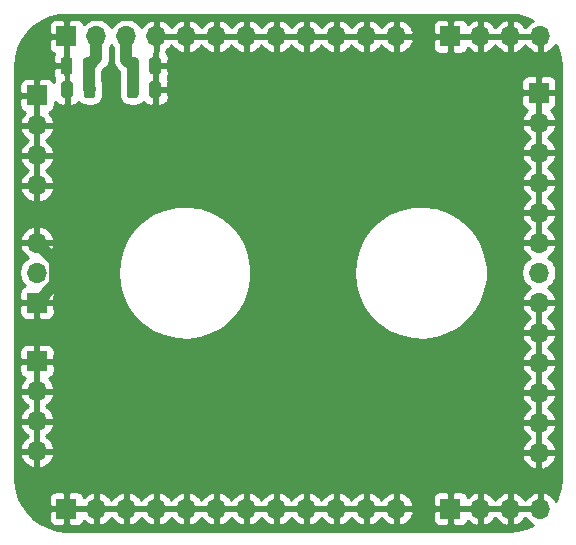
<source format=gbr>
%TF.GenerationSoftware,KiCad,Pcbnew,(5.1.9)-1*%
%TF.CreationDate,2021-09-03T13:39:34-04:00*%
%TF.ProjectId,Preamp_Shield,50726561-6d70-45f5-9368-69656c642e6b,rev?*%
%TF.SameCoordinates,Original*%
%TF.FileFunction,Copper,L2,Bot*%
%TF.FilePolarity,Positive*%
%FSLAX46Y46*%
G04 Gerber Fmt 4.6, Leading zero omitted, Abs format (unit mm)*
G04 Created by KiCad (PCBNEW (5.1.9)-1) date 2021-09-03 13:39:34*
%MOMM*%
%LPD*%
G01*
G04 APERTURE LIST*
%TA.AperFunction,ComponentPad*%
%ADD10O,1.700000X1.700000*%
%TD*%
%TA.AperFunction,ComponentPad*%
%ADD11R,1.700000X1.700000*%
%TD*%
%TA.AperFunction,Conductor*%
%ADD12C,1.000000*%
%TD*%
%TA.AperFunction,Conductor*%
%ADD13C,0.250000*%
%TD*%
%TA.AperFunction,Conductor*%
%ADD14C,0.254000*%
%TD*%
%TA.AperFunction,Conductor*%
%ADD15C,0.100000*%
%TD*%
G04 APERTURE END LIST*
%TO.P,C8,2*%
%TO.N,+5V*%
%TA.AperFunction,SMDPad,CuDef*%
G36*
G01*
X106400000Y-77975000D02*
X106400000Y-77025000D01*
G75*
G02*
X106650000Y-76775000I250000J0D01*
G01*
X107150000Y-76775000D01*
G75*
G02*
X107400000Y-77025000I0J-250000D01*
G01*
X107400000Y-77975000D01*
G75*
G02*
X107150000Y-78225000I-250000J0D01*
G01*
X106650000Y-78225000D01*
G75*
G02*
X106400000Y-77975000I0J250000D01*
G01*
G37*
%TD.AperFunction*%
%TO.P,C8,1*%
%TO.N,GND*%
%TA.AperFunction,SMDPad,CuDef*%
G36*
G01*
X104500000Y-77975000D02*
X104500000Y-77025000D01*
G75*
G02*
X104750000Y-76775000I250000J0D01*
G01*
X105250000Y-76775000D01*
G75*
G02*
X105500000Y-77025000I0J-250000D01*
G01*
X105500000Y-77975000D01*
G75*
G02*
X105250000Y-78225000I-250000J0D01*
G01*
X104750000Y-78225000D01*
G75*
G02*
X104500000Y-77975000I0J250000D01*
G01*
G37*
%TD.AperFunction*%
%TD*%
%TO.P,C6,2*%
%TO.N,+5V*%
%TA.AperFunction,SMDPad,CuDef*%
G36*
G01*
X106450000Y-79975000D02*
X106450000Y-79025000D01*
G75*
G02*
X106700000Y-78775000I250000J0D01*
G01*
X107200000Y-78775000D01*
G75*
G02*
X107450000Y-79025000I0J-250000D01*
G01*
X107450000Y-79975000D01*
G75*
G02*
X107200000Y-80225000I-250000J0D01*
G01*
X106700000Y-80225000D01*
G75*
G02*
X106450000Y-79975000I0J250000D01*
G01*
G37*
%TD.AperFunction*%
%TO.P,C6,1*%
%TO.N,GND*%
%TA.AperFunction,SMDPad,CuDef*%
G36*
G01*
X104550000Y-79975000D02*
X104550000Y-79025000D01*
G75*
G02*
X104800000Y-78775000I250000J0D01*
G01*
X105300000Y-78775000D01*
G75*
G02*
X105550000Y-79025000I0J-250000D01*
G01*
X105550000Y-79975000D01*
G75*
G02*
X105300000Y-80225000I-250000J0D01*
G01*
X104800000Y-80225000D01*
G75*
G02*
X104550000Y-79975000I0J250000D01*
G01*
G37*
%TD.AperFunction*%
%TD*%
D10*
%TO.P,J6,13*%
%TO.N,GND*%
X145000000Y-110240000D03*
%TO.P,J6,12*%
X145000000Y-107700000D03*
%TO.P,J6,11*%
X145000000Y-105160000D03*
%TO.P,J6,10*%
X145000000Y-102620000D03*
%TO.P,J6,9*%
X145000000Y-100080000D03*
%TO.P,J6,8*%
X145000000Y-97540000D03*
%TO.P,J6,7*%
%TO.N,Vout*%
X145000000Y-95000000D03*
%TO.P,J6,6*%
%TO.N,GND*%
X145000000Y-92460000D03*
%TO.P,J6,5*%
X145000000Y-89920000D03*
%TO.P,J6,4*%
X145000000Y-87380000D03*
%TO.P,J6,3*%
X145000000Y-84840000D03*
%TO.P,J6,2*%
X145000000Y-82300000D03*
D11*
%TO.P,J6,1*%
X145000000Y-79760000D03*
%TD*%
%TO.P,C9,2*%
%TO.N,GND*%
%TA.AperFunction,SMDPad,CuDef*%
G36*
G01*
X112000000Y-77975000D02*
X112000000Y-77025000D01*
G75*
G02*
X112250000Y-76775000I250000J0D01*
G01*
X112750000Y-76775000D01*
G75*
G02*
X113000000Y-77025000I0J-250000D01*
G01*
X113000000Y-77975000D01*
G75*
G02*
X112750000Y-78225000I-250000J0D01*
G01*
X112250000Y-78225000D01*
G75*
G02*
X112000000Y-77975000I0J250000D01*
G01*
G37*
%TD.AperFunction*%
%TO.P,C9,1*%
%TO.N,-5V*%
%TA.AperFunction,SMDPad,CuDef*%
G36*
G01*
X110100000Y-77975000D02*
X110100000Y-77025000D01*
G75*
G02*
X110350000Y-76775000I250000J0D01*
G01*
X110850000Y-76775000D01*
G75*
G02*
X111100000Y-77025000I0J-250000D01*
G01*
X111100000Y-77975000D01*
G75*
G02*
X110850000Y-78225000I-250000J0D01*
G01*
X110350000Y-78225000D01*
G75*
G02*
X110100000Y-77975000I0J250000D01*
G01*
G37*
%TD.AperFunction*%
%TD*%
%TO.P,C7,2*%
%TO.N,GND*%
%TA.AperFunction,SMDPad,CuDef*%
G36*
G01*
X112000000Y-79975000D02*
X112000000Y-79025000D01*
G75*
G02*
X112250000Y-78775000I250000J0D01*
G01*
X112750000Y-78775000D01*
G75*
G02*
X113000000Y-79025000I0J-250000D01*
G01*
X113000000Y-79975000D01*
G75*
G02*
X112750000Y-80225000I-250000J0D01*
G01*
X112250000Y-80225000D01*
G75*
G02*
X112000000Y-79975000I0J250000D01*
G01*
G37*
%TD.AperFunction*%
%TO.P,C7,1*%
%TO.N,-5V*%
%TA.AperFunction,SMDPad,CuDef*%
G36*
G01*
X110100000Y-79975000D02*
X110100000Y-79025000D01*
G75*
G02*
X110350000Y-78775000I250000J0D01*
G01*
X110850000Y-78775000D01*
G75*
G02*
X111100000Y-79025000I0J-250000D01*
G01*
X111100000Y-79975000D01*
G75*
G02*
X110850000Y-80225000I-250000J0D01*
G01*
X110350000Y-80225000D01*
G75*
G02*
X110100000Y-79975000I0J250000D01*
G01*
G37*
%TD.AperFunction*%
%TD*%
D10*
%TO.P,J8,12*%
%TO.N,GND*%
X132940000Y-75000000D03*
%TO.P,J8,11*%
X130400000Y-75000000D03*
%TO.P,J8,10*%
X127860000Y-75000000D03*
%TO.P,J8,9*%
X125320000Y-75000000D03*
%TO.P,J8,8*%
X122780000Y-75000000D03*
%TO.P,J8,7*%
X120240000Y-75000000D03*
%TO.P,J8,6*%
X117700000Y-75000000D03*
%TO.P,J8,5*%
X115160000Y-75000000D03*
%TO.P,J8,4*%
X112620000Y-75000000D03*
%TO.P,J8,3*%
%TO.N,-5V*%
X110080000Y-75000000D03*
%TO.P,J8,2*%
%TO.N,+5V*%
X107540000Y-75000000D03*
D11*
%TO.P,J8,1*%
%TO.N,GND*%
X105000000Y-75000000D03*
%TD*%
D10*
%TO.P,J7,12*%
%TO.N,GND*%
X132940000Y-115000000D03*
%TO.P,J7,11*%
X130400000Y-115000000D03*
%TO.P,J7,10*%
X127860000Y-115000000D03*
%TO.P,J7,9*%
X125320000Y-115000000D03*
%TO.P,J7,8*%
X122780000Y-115000000D03*
%TO.P,J7,7*%
X120240000Y-115000000D03*
%TO.P,J7,6*%
X117700000Y-115000000D03*
%TO.P,J7,5*%
X115160000Y-115000000D03*
%TO.P,J7,4*%
X112620000Y-115000000D03*
%TO.P,J7,3*%
X110080000Y-115000000D03*
%TO.P,J7,2*%
X107540000Y-115000000D03*
D11*
%TO.P,J7,1*%
X105000000Y-115000000D03*
%TD*%
D10*
%TO.P,J5,3*%
%TO.N,GND*%
X102500000Y-92460000D03*
%TO.P,J5,2*%
%TO.N,Vin-DC*%
X102500000Y-95000000D03*
D11*
%TO.P,J5,1*%
%TO.N,GND*%
X102500000Y-97540000D03*
%TD*%
D10*
%TO.P,J4,4*%
%TO.N,GND*%
X102500000Y-110120000D03*
%TO.P,J4,3*%
X102500000Y-107580000D03*
%TO.P,J4,2*%
X102500000Y-105040000D03*
D11*
%TO.P,J4,1*%
X102500000Y-102500000D03*
%TD*%
D10*
%TO.P,J3,4*%
%TO.N,GND*%
X102500000Y-87620000D03*
%TO.P,J3,3*%
X102500000Y-85080000D03*
%TO.P,J3,2*%
X102500000Y-82540000D03*
D11*
%TO.P,J3,1*%
X102500000Y-80000000D03*
%TD*%
D10*
%TO.P,J2,4*%
%TO.N,GND*%
X145120000Y-115000000D03*
%TO.P,J2,3*%
X142580000Y-115000000D03*
%TO.P,J2,2*%
X140040000Y-115000000D03*
D11*
%TO.P,J2,1*%
X137500000Y-115000000D03*
%TD*%
D10*
%TO.P,J1,4*%
%TO.N,GND*%
X145120000Y-75000000D03*
%TO.P,J1,3*%
X142580000Y-75000000D03*
%TO.P,J1,2*%
X140040000Y-75000000D03*
D11*
%TO.P,J1,1*%
X137500000Y-75000000D03*
%TD*%
D12*
%TO.N,+5V*%
X107540000Y-76860000D02*
X106900000Y-77500000D01*
X107540000Y-75000000D02*
X107540000Y-76860000D01*
X106900000Y-79450000D02*
X106950000Y-79500000D01*
X106900000Y-77500000D02*
X106900000Y-79450000D01*
%TO.N,GND*%
X104050001Y-95989999D02*
X102500000Y-97540000D01*
X104050001Y-94010001D02*
X104050001Y-95989999D01*
X102500000Y-92460000D02*
X104050001Y-94010001D01*
D13*
X112500000Y-77500000D02*
X112500000Y-79500000D01*
D12*
%TO.N,-5V*%
X110600000Y-77500000D02*
X110600000Y-79500000D01*
X110080000Y-76980000D02*
X110600000Y-77500000D01*
X110080000Y-75000000D02*
X110080000Y-76980000D01*
%TD*%
D14*
%TO.N,GND*%
X143268083Y-73231173D02*
X144011891Y-73434656D01*
X144490462Y-73662923D01*
X144353080Y-73728359D01*
X144119731Y-73902412D01*
X143924822Y-74118645D01*
X143850000Y-74244255D01*
X143775178Y-74118645D01*
X143580269Y-73902412D01*
X143346920Y-73728359D01*
X143084099Y-73603175D01*
X142936890Y-73558524D01*
X142707000Y-73679845D01*
X142707000Y-74873000D01*
X144993000Y-74873000D01*
X144993000Y-74853000D01*
X145247000Y-74853000D01*
X145247000Y-74873000D01*
X145267000Y-74873000D01*
X145267000Y-75127000D01*
X145247000Y-75127000D01*
X145247000Y-76320155D01*
X145476890Y-76441476D01*
X145624099Y-76396825D01*
X145886920Y-76271641D01*
X146120269Y-76097588D01*
X146315178Y-75881355D01*
X146425951Y-75695391D01*
X146610829Y-76116553D01*
X146792065Y-76871457D01*
X146840000Y-77524207D01*
X146840001Y-112470597D01*
X146768827Y-113268083D01*
X146565344Y-114011890D01*
X146425826Y-114304398D01*
X146315178Y-114118645D01*
X146120269Y-113902412D01*
X145886920Y-113728359D01*
X145624099Y-113603175D01*
X145476890Y-113558524D01*
X145247000Y-113679845D01*
X145247000Y-114873000D01*
X145267000Y-114873000D01*
X145267000Y-115127000D01*
X145247000Y-115127000D01*
X145247000Y-115147000D01*
X144993000Y-115147000D01*
X144993000Y-115127000D01*
X142707000Y-115127000D01*
X142707000Y-116320155D01*
X142936890Y-116441476D01*
X143084099Y-116396825D01*
X143346920Y-116271641D01*
X143580269Y-116097588D01*
X143775178Y-115881355D01*
X143850000Y-115755745D01*
X143924822Y-115881355D01*
X144119731Y-116097588D01*
X144353080Y-116271641D01*
X144498427Y-116340871D01*
X143883447Y-116610829D01*
X143128543Y-116792065D01*
X142475793Y-116840000D01*
X105029392Y-116840000D01*
X104231917Y-116768827D01*
X103488110Y-116565344D01*
X102792096Y-116233363D01*
X102258590Y-115850000D01*
X103511928Y-115850000D01*
X103524188Y-115974482D01*
X103560498Y-116094180D01*
X103619463Y-116204494D01*
X103698815Y-116301185D01*
X103795506Y-116380537D01*
X103905820Y-116439502D01*
X104025518Y-116475812D01*
X104150000Y-116488072D01*
X104714250Y-116485000D01*
X104873000Y-116326250D01*
X104873000Y-115127000D01*
X105127000Y-115127000D01*
X105127000Y-116326250D01*
X105285750Y-116485000D01*
X105850000Y-116488072D01*
X105974482Y-116475812D01*
X106094180Y-116439502D01*
X106204494Y-116380537D01*
X106301185Y-116301185D01*
X106380537Y-116204494D01*
X106439502Y-116094180D01*
X106463966Y-116013534D01*
X106539731Y-116097588D01*
X106773080Y-116271641D01*
X107035901Y-116396825D01*
X107183110Y-116441476D01*
X107413000Y-116320155D01*
X107413000Y-115127000D01*
X107667000Y-115127000D01*
X107667000Y-116320155D01*
X107896890Y-116441476D01*
X108044099Y-116396825D01*
X108306920Y-116271641D01*
X108540269Y-116097588D01*
X108735178Y-115881355D01*
X108810000Y-115755745D01*
X108884822Y-115881355D01*
X109079731Y-116097588D01*
X109313080Y-116271641D01*
X109575901Y-116396825D01*
X109723110Y-116441476D01*
X109953000Y-116320155D01*
X109953000Y-115127000D01*
X110207000Y-115127000D01*
X110207000Y-116320155D01*
X110436890Y-116441476D01*
X110584099Y-116396825D01*
X110846920Y-116271641D01*
X111080269Y-116097588D01*
X111275178Y-115881355D01*
X111350000Y-115755745D01*
X111424822Y-115881355D01*
X111619731Y-116097588D01*
X111853080Y-116271641D01*
X112115901Y-116396825D01*
X112263110Y-116441476D01*
X112493000Y-116320155D01*
X112493000Y-115127000D01*
X112747000Y-115127000D01*
X112747000Y-116320155D01*
X112976890Y-116441476D01*
X113124099Y-116396825D01*
X113386920Y-116271641D01*
X113620269Y-116097588D01*
X113815178Y-115881355D01*
X113890000Y-115755745D01*
X113964822Y-115881355D01*
X114159731Y-116097588D01*
X114393080Y-116271641D01*
X114655901Y-116396825D01*
X114803110Y-116441476D01*
X115033000Y-116320155D01*
X115033000Y-115127000D01*
X115287000Y-115127000D01*
X115287000Y-116320155D01*
X115516890Y-116441476D01*
X115664099Y-116396825D01*
X115926920Y-116271641D01*
X116160269Y-116097588D01*
X116355178Y-115881355D01*
X116430000Y-115755745D01*
X116504822Y-115881355D01*
X116699731Y-116097588D01*
X116933080Y-116271641D01*
X117195901Y-116396825D01*
X117343110Y-116441476D01*
X117573000Y-116320155D01*
X117573000Y-115127000D01*
X117827000Y-115127000D01*
X117827000Y-116320155D01*
X118056890Y-116441476D01*
X118204099Y-116396825D01*
X118466920Y-116271641D01*
X118700269Y-116097588D01*
X118895178Y-115881355D01*
X118970000Y-115755745D01*
X119044822Y-115881355D01*
X119239731Y-116097588D01*
X119473080Y-116271641D01*
X119735901Y-116396825D01*
X119883110Y-116441476D01*
X120113000Y-116320155D01*
X120113000Y-115127000D01*
X120367000Y-115127000D01*
X120367000Y-116320155D01*
X120596890Y-116441476D01*
X120744099Y-116396825D01*
X121006920Y-116271641D01*
X121240269Y-116097588D01*
X121435178Y-115881355D01*
X121510000Y-115755745D01*
X121584822Y-115881355D01*
X121779731Y-116097588D01*
X122013080Y-116271641D01*
X122275901Y-116396825D01*
X122423110Y-116441476D01*
X122653000Y-116320155D01*
X122653000Y-115127000D01*
X122907000Y-115127000D01*
X122907000Y-116320155D01*
X123136890Y-116441476D01*
X123284099Y-116396825D01*
X123546920Y-116271641D01*
X123780269Y-116097588D01*
X123975178Y-115881355D01*
X124050000Y-115755745D01*
X124124822Y-115881355D01*
X124319731Y-116097588D01*
X124553080Y-116271641D01*
X124815901Y-116396825D01*
X124963110Y-116441476D01*
X125193000Y-116320155D01*
X125193000Y-115127000D01*
X125447000Y-115127000D01*
X125447000Y-116320155D01*
X125676890Y-116441476D01*
X125824099Y-116396825D01*
X126086920Y-116271641D01*
X126320269Y-116097588D01*
X126515178Y-115881355D01*
X126590000Y-115755745D01*
X126664822Y-115881355D01*
X126859731Y-116097588D01*
X127093080Y-116271641D01*
X127355901Y-116396825D01*
X127503110Y-116441476D01*
X127733000Y-116320155D01*
X127733000Y-115127000D01*
X127987000Y-115127000D01*
X127987000Y-116320155D01*
X128216890Y-116441476D01*
X128364099Y-116396825D01*
X128626920Y-116271641D01*
X128860269Y-116097588D01*
X129055178Y-115881355D01*
X129130000Y-115755745D01*
X129204822Y-115881355D01*
X129399731Y-116097588D01*
X129633080Y-116271641D01*
X129895901Y-116396825D01*
X130043110Y-116441476D01*
X130273000Y-116320155D01*
X130273000Y-115127000D01*
X130527000Y-115127000D01*
X130527000Y-116320155D01*
X130756890Y-116441476D01*
X130904099Y-116396825D01*
X131166920Y-116271641D01*
X131400269Y-116097588D01*
X131595178Y-115881355D01*
X131670000Y-115755745D01*
X131744822Y-115881355D01*
X131939731Y-116097588D01*
X132173080Y-116271641D01*
X132435901Y-116396825D01*
X132583110Y-116441476D01*
X132813000Y-116320155D01*
X132813000Y-115127000D01*
X133067000Y-115127000D01*
X133067000Y-116320155D01*
X133296890Y-116441476D01*
X133444099Y-116396825D01*
X133706920Y-116271641D01*
X133940269Y-116097588D01*
X134135178Y-115881355D01*
X134153855Y-115850000D01*
X136011928Y-115850000D01*
X136024188Y-115974482D01*
X136060498Y-116094180D01*
X136119463Y-116204494D01*
X136198815Y-116301185D01*
X136295506Y-116380537D01*
X136405820Y-116439502D01*
X136525518Y-116475812D01*
X136650000Y-116488072D01*
X137214250Y-116485000D01*
X137373000Y-116326250D01*
X137373000Y-115127000D01*
X137627000Y-115127000D01*
X137627000Y-116326250D01*
X137785750Y-116485000D01*
X138350000Y-116488072D01*
X138474482Y-116475812D01*
X138594180Y-116439502D01*
X138704494Y-116380537D01*
X138801185Y-116301185D01*
X138880537Y-116204494D01*
X138939502Y-116094180D01*
X138963966Y-116013534D01*
X139039731Y-116097588D01*
X139273080Y-116271641D01*
X139535901Y-116396825D01*
X139683110Y-116441476D01*
X139913000Y-116320155D01*
X139913000Y-115127000D01*
X140167000Y-115127000D01*
X140167000Y-116320155D01*
X140396890Y-116441476D01*
X140544099Y-116396825D01*
X140806920Y-116271641D01*
X141040269Y-116097588D01*
X141235178Y-115881355D01*
X141310000Y-115755745D01*
X141384822Y-115881355D01*
X141579731Y-116097588D01*
X141813080Y-116271641D01*
X142075901Y-116396825D01*
X142223110Y-116441476D01*
X142453000Y-116320155D01*
X142453000Y-115127000D01*
X140167000Y-115127000D01*
X139913000Y-115127000D01*
X137627000Y-115127000D01*
X137373000Y-115127000D01*
X136173750Y-115127000D01*
X136015000Y-115285750D01*
X136011928Y-115850000D01*
X134153855Y-115850000D01*
X134284157Y-115631252D01*
X134381481Y-115356891D01*
X134260814Y-115127000D01*
X133067000Y-115127000D01*
X132813000Y-115127000D01*
X130527000Y-115127000D01*
X130273000Y-115127000D01*
X127987000Y-115127000D01*
X127733000Y-115127000D01*
X125447000Y-115127000D01*
X125193000Y-115127000D01*
X122907000Y-115127000D01*
X122653000Y-115127000D01*
X120367000Y-115127000D01*
X120113000Y-115127000D01*
X117827000Y-115127000D01*
X117573000Y-115127000D01*
X115287000Y-115127000D01*
X115033000Y-115127000D01*
X112747000Y-115127000D01*
X112493000Y-115127000D01*
X110207000Y-115127000D01*
X109953000Y-115127000D01*
X107667000Y-115127000D01*
X107413000Y-115127000D01*
X105127000Y-115127000D01*
X104873000Y-115127000D01*
X103673750Y-115127000D01*
X103515000Y-115285750D01*
X103511928Y-115850000D01*
X102258590Y-115850000D01*
X102165870Y-115783374D01*
X101629223Y-115229597D01*
X101199129Y-114589549D01*
X101006180Y-114150000D01*
X103511928Y-114150000D01*
X103515000Y-114714250D01*
X103673750Y-114873000D01*
X104873000Y-114873000D01*
X104873000Y-113673750D01*
X105127000Y-113673750D01*
X105127000Y-114873000D01*
X107413000Y-114873000D01*
X107413000Y-113679845D01*
X107667000Y-113679845D01*
X107667000Y-114873000D01*
X109953000Y-114873000D01*
X109953000Y-113679845D01*
X110207000Y-113679845D01*
X110207000Y-114873000D01*
X112493000Y-114873000D01*
X112493000Y-113679845D01*
X112747000Y-113679845D01*
X112747000Y-114873000D01*
X115033000Y-114873000D01*
X115033000Y-113679845D01*
X115287000Y-113679845D01*
X115287000Y-114873000D01*
X117573000Y-114873000D01*
X117573000Y-113679845D01*
X117827000Y-113679845D01*
X117827000Y-114873000D01*
X120113000Y-114873000D01*
X120113000Y-113679845D01*
X120367000Y-113679845D01*
X120367000Y-114873000D01*
X122653000Y-114873000D01*
X122653000Y-113679845D01*
X122907000Y-113679845D01*
X122907000Y-114873000D01*
X125193000Y-114873000D01*
X125193000Y-113679845D01*
X125447000Y-113679845D01*
X125447000Y-114873000D01*
X127733000Y-114873000D01*
X127733000Y-113679845D01*
X127987000Y-113679845D01*
X127987000Y-114873000D01*
X130273000Y-114873000D01*
X130273000Y-113679845D01*
X130527000Y-113679845D01*
X130527000Y-114873000D01*
X132813000Y-114873000D01*
X132813000Y-113679845D01*
X133067000Y-113679845D01*
X133067000Y-114873000D01*
X134260814Y-114873000D01*
X134381481Y-114643109D01*
X134284157Y-114368748D01*
X134153856Y-114150000D01*
X136011928Y-114150000D01*
X136015000Y-114714250D01*
X136173750Y-114873000D01*
X137373000Y-114873000D01*
X137373000Y-113673750D01*
X137627000Y-113673750D01*
X137627000Y-114873000D01*
X139913000Y-114873000D01*
X139913000Y-113679845D01*
X140167000Y-113679845D01*
X140167000Y-114873000D01*
X142453000Y-114873000D01*
X142453000Y-113679845D01*
X142707000Y-113679845D01*
X142707000Y-114873000D01*
X144993000Y-114873000D01*
X144993000Y-113679845D01*
X144763110Y-113558524D01*
X144615901Y-113603175D01*
X144353080Y-113728359D01*
X144119731Y-113902412D01*
X143924822Y-114118645D01*
X143850000Y-114244255D01*
X143775178Y-114118645D01*
X143580269Y-113902412D01*
X143346920Y-113728359D01*
X143084099Y-113603175D01*
X142936890Y-113558524D01*
X142707000Y-113679845D01*
X142453000Y-113679845D01*
X142223110Y-113558524D01*
X142075901Y-113603175D01*
X141813080Y-113728359D01*
X141579731Y-113902412D01*
X141384822Y-114118645D01*
X141310000Y-114244255D01*
X141235178Y-114118645D01*
X141040269Y-113902412D01*
X140806920Y-113728359D01*
X140544099Y-113603175D01*
X140396890Y-113558524D01*
X140167000Y-113679845D01*
X139913000Y-113679845D01*
X139683110Y-113558524D01*
X139535901Y-113603175D01*
X139273080Y-113728359D01*
X139039731Y-113902412D01*
X138963966Y-113986466D01*
X138939502Y-113905820D01*
X138880537Y-113795506D01*
X138801185Y-113698815D01*
X138704494Y-113619463D01*
X138594180Y-113560498D01*
X138474482Y-113524188D01*
X138350000Y-113511928D01*
X137785750Y-113515000D01*
X137627000Y-113673750D01*
X137373000Y-113673750D01*
X137214250Y-113515000D01*
X136650000Y-113511928D01*
X136525518Y-113524188D01*
X136405820Y-113560498D01*
X136295506Y-113619463D01*
X136198815Y-113698815D01*
X136119463Y-113795506D01*
X136060498Y-113905820D01*
X136024188Y-114025518D01*
X136011928Y-114150000D01*
X134153856Y-114150000D01*
X134135178Y-114118645D01*
X133940269Y-113902412D01*
X133706920Y-113728359D01*
X133444099Y-113603175D01*
X133296890Y-113558524D01*
X133067000Y-113679845D01*
X132813000Y-113679845D01*
X132583110Y-113558524D01*
X132435901Y-113603175D01*
X132173080Y-113728359D01*
X131939731Y-113902412D01*
X131744822Y-114118645D01*
X131670000Y-114244255D01*
X131595178Y-114118645D01*
X131400269Y-113902412D01*
X131166920Y-113728359D01*
X130904099Y-113603175D01*
X130756890Y-113558524D01*
X130527000Y-113679845D01*
X130273000Y-113679845D01*
X130043110Y-113558524D01*
X129895901Y-113603175D01*
X129633080Y-113728359D01*
X129399731Y-113902412D01*
X129204822Y-114118645D01*
X129130000Y-114244255D01*
X129055178Y-114118645D01*
X128860269Y-113902412D01*
X128626920Y-113728359D01*
X128364099Y-113603175D01*
X128216890Y-113558524D01*
X127987000Y-113679845D01*
X127733000Y-113679845D01*
X127503110Y-113558524D01*
X127355901Y-113603175D01*
X127093080Y-113728359D01*
X126859731Y-113902412D01*
X126664822Y-114118645D01*
X126590000Y-114244255D01*
X126515178Y-114118645D01*
X126320269Y-113902412D01*
X126086920Y-113728359D01*
X125824099Y-113603175D01*
X125676890Y-113558524D01*
X125447000Y-113679845D01*
X125193000Y-113679845D01*
X124963110Y-113558524D01*
X124815901Y-113603175D01*
X124553080Y-113728359D01*
X124319731Y-113902412D01*
X124124822Y-114118645D01*
X124050000Y-114244255D01*
X123975178Y-114118645D01*
X123780269Y-113902412D01*
X123546920Y-113728359D01*
X123284099Y-113603175D01*
X123136890Y-113558524D01*
X122907000Y-113679845D01*
X122653000Y-113679845D01*
X122423110Y-113558524D01*
X122275901Y-113603175D01*
X122013080Y-113728359D01*
X121779731Y-113902412D01*
X121584822Y-114118645D01*
X121510000Y-114244255D01*
X121435178Y-114118645D01*
X121240269Y-113902412D01*
X121006920Y-113728359D01*
X120744099Y-113603175D01*
X120596890Y-113558524D01*
X120367000Y-113679845D01*
X120113000Y-113679845D01*
X119883110Y-113558524D01*
X119735901Y-113603175D01*
X119473080Y-113728359D01*
X119239731Y-113902412D01*
X119044822Y-114118645D01*
X118970000Y-114244255D01*
X118895178Y-114118645D01*
X118700269Y-113902412D01*
X118466920Y-113728359D01*
X118204099Y-113603175D01*
X118056890Y-113558524D01*
X117827000Y-113679845D01*
X117573000Y-113679845D01*
X117343110Y-113558524D01*
X117195901Y-113603175D01*
X116933080Y-113728359D01*
X116699731Y-113902412D01*
X116504822Y-114118645D01*
X116430000Y-114244255D01*
X116355178Y-114118645D01*
X116160269Y-113902412D01*
X115926920Y-113728359D01*
X115664099Y-113603175D01*
X115516890Y-113558524D01*
X115287000Y-113679845D01*
X115033000Y-113679845D01*
X114803110Y-113558524D01*
X114655901Y-113603175D01*
X114393080Y-113728359D01*
X114159731Y-113902412D01*
X113964822Y-114118645D01*
X113890000Y-114244255D01*
X113815178Y-114118645D01*
X113620269Y-113902412D01*
X113386920Y-113728359D01*
X113124099Y-113603175D01*
X112976890Y-113558524D01*
X112747000Y-113679845D01*
X112493000Y-113679845D01*
X112263110Y-113558524D01*
X112115901Y-113603175D01*
X111853080Y-113728359D01*
X111619731Y-113902412D01*
X111424822Y-114118645D01*
X111350000Y-114244255D01*
X111275178Y-114118645D01*
X111080269Y-113902412D01*
X110846920Y-113728359D01*
X110584099Y-113603175D01*
X110436890Y-113558524D01*
X110207000Y-113679845D01*
X109953000Y-113679845D01*
X109723110Y-113558524D01*
X109575901Y-113603175D01*
X109313080Y-113728359D01*
X109079731Y-113902412D01*
X108884822Y-114118645D01*
X108810000Y-114244255D01*
X108735178Y-114118645D01*
X108540269Y-113902412D01*
X108306920Y-113728359D01*
X108044099Y-113603175D01*
X107896890Y-113558524D01*
X107667000Y-113679845D01*
X107413000Y-113679845D01*
X107183110Y-113558524D01*
X107035901Y-113603175D01*
X106773080Y-113728359D01*
X106539731Y-113902412D01*
X106463966Y-113986466D01*
X106439502Y-113905820D01*
X106380537Y-113795506D01*
X106301185Y-113698815D01*
X106204494Y-113619463D01*
X106094180Y-113560498D01*
X105974482Y-113524188D01*
X105850000Y-113511928D01*
X105285750Y-113515000D01*
X105127000Y-113673750D01*
X104873000Y-113673750D01*
X104714250Y-113515000D01*
X104150000Y-113511928D01*
X104025518Y-113524188D01*
X103905820Y-113560498D01*
X103795506Y-113619463D01*
X103698815Y-113698815D01*
X103619463Y-113795506D01*
X103560498Y-113905820D01*
X103524188Y-114025518D01*
X103511928Y-114150000D01*
X101006180Y-114150000D01*
X100889171Y-113883447D01*
X100707935Y-113128543D01*
X100660000Y-112475793D01*
X100660000Y-110476890D01*
X101058524Y-110476890D01*
X101103175Y-110624099D01*
X101228359Y-110886920D01*
X101402412Y-111120269D01*
X101618645Y-111315178D01*
X101868748Y-111464157D01*
X102143109Y-111561481D01*
X102373000Y-111440814D01*
X102373000Y-110247000D01*
X102627000Y-110247000D01*
X102627000Y-111440814D01*
X102856891Y-111561481D01*
X103131252Y-111464157D01*
X103381355Y-111315178D01*
X103597588Y-111120269D01*
X103771641Y-110886920D01*
X103896825Y-110624099D01*
X103905077Y-110596890D01*
X143558524Y-110596890D01*
X143603175Y-110744099D01*
X143728359Y-111006920D01*
X143902412Y-111240269D01*
X144118645Y-111435178D01*
X144368748Y-111584157D01*
X144643109Y-111681481D01*
X144873000Y-111560814D01*
X144873000Y-110367000D01*
X145127000Y-110367000D01*
X145127000Y-111560814D01*
X145356891Y-111681481D01*
X145631252Y-111584157D01*
X145881355Y-111435178D01*
X146097588Y-111240269D01*
X146271641Y-111006920D01*
X146396825Y-110744099D01*
X146441476Y-110596890D01*
X146320155Y-110367000D01*
X145127000Y-110367000D01*
X144873000Y-110367000D01*
X143679845Y-110367000D01*
X143558524Y-110596890D01*
X103905077Y-110596890D01*
X103941476Y-110476890D01*
X103820155Y-110247000D01*
X102627000Y-110247000D01*
X102373000Y-110247000D01*
X101179845Y-110247000D01*
X101058524Y-110476890D01*
X100660000Y-110476890D01*
X100660000Y-107936890D01*
X101058524Y-107936890D01*
X101103175Y-108084099D01*
X101228359Y-108346920D01*
X101402412Y-108580269D01*
X101618645Y-108775178D01*
X101744255Y-108850000D01*
X101618645Y-108924822D01*
X101402412Y-109119731D01*
X101228359Y-109353080D01*
X101103175Y-109615901D01*
X101058524Y-109763110D01*
X101179845Y-109993000D01*
X102373000Y-109993000D01*
X102373000Y-107707000D01*
X102627000Y-107707000D01*
X102627000Y-109993000D01*
X103820155Y-109993000D01*
X103941476Y-109763110D01*
X103896825Y-109615901D01*
X103771641Y-109353080D01*
X103597588Y-109119731D01*
X103381355Y-108924822D01*
X103255745Y-108850000D01*
X103381355Y-108775178D01*
X103597588Y-108580269D01*
X103771641Y-108346920D01*
X103896825Y-108084099D01*
X103905077Y-108056890D01*
X143558524Y-108056890D01*
X143603175Y-108204099D01*
X143728359Y-108466920D01*
X143902412Y-108700269D01*
X144118645Y-108895178D01*
X144244255Y-108970000D01*
X144118645Y-109044822D01*
X143902412Y-109239731D01*
X143728359Y-109473080D01*
X143603175Y-109735901D01*
X143558524Y-109883110D01*
X143679845Y-110113000D01*
X144873000Y-110113000D01*
X144873000Y-107827000D01*
X145127000Y-107827000D01*
X145127000Y-110113000D01*
X146320155Y-110113000D01*
X146441476Y-109883110D01*
X146396825Y-109735901D01*
X146271641Y-109473080D01*
X146097588Y-109239731D01*
X145881355Y-109044822D01*
X145755745Y-108970000D01*
X145881355Y-108895178D01*
X146097588Y-108700269D01*
X146271641Y-108466920D01*
X146396825Y-108204099D01*
X146441476Y-108056890D01*
X146320155Y-107827000D01*
X145127000Y-107827000D01*
X144873000Y-107827000D01*
X143679845Y-107827000D01*
X143558524Y-108056890D01*
X103905077Y-108056890D01*
X103941476Y-107936890D01*
X103820155Y-107707000D01*
X102627000Y-107707000D01*
X102373000Y-107707000D01*
X101179845Y-107707000D01*
X101058524Y-107936890D01*
X100660000Y-107936890D01*
X100660000Y-105396890D01*
X101058524Y-105396890D01*
X101103175Y-105544099D01*
X101228359Y-105806920D01*
X101402412Y-106040269D01*
X101618645Y-106235178D01*
X101744255Y-106310000D01*
X101618645Y-106384822D01*
X101402412Y-106579731D01*
X101228359Y-106813080D01*
X101103175Y-107075901D01*
X101058524Y-107223110D01*
X101179845Y-107453000D01*
X102373000Y-107453000D01*
X102373000Y-105167000D01*
X102627000Y-105167000D01*
X102627000Y-107453000D01*
X103820155Y-107453000D01*
X103941476Y-107223110D01*
X103896825Y-107075901D01*
X103771641Y-106813080D01*
X103597588Y-106579731D01*
X103381355Y-106384822D01*
X103255745Y-106310000D01*
X103381355Y-106235178D01*
X103597588Y-106040269D01*
X103771641Y-105806920D01*
X103896825Y-105544099D01*
X103905077Y-105516890D01*
X143558524Y-105516890D01*
X143603175Y-105664099D01*
X143728359Y-105926920D01*
X143902412Y-106160269D01*
X144118645Y-106355178D01*
X144244255Y-106430000D01*
X144118645Y-106504822D01*
X143902412Y-106699731D01*
X143728359Y-106933080D01*
X143603175Y-107195901D01*
X143558524Y-107343110D01*
X143679845Y-107573000D01*
X144873000Y-107573000D01*
X144873000Y-105287000D01*
X145127000Y-105287000D01*
X145127000Y-107573000D01*
X146320155Y-107573000D01*
X146441476Y-107343110D01*
X146396825Y-107195901D01*
X146271641Y-106933080D01*
X146097588Y-106699731D01*
X145881355Y-106504822D01*
X145755745Y-106430000D01*
X145881355Y-106355178D01*
X146097588Y-106160269D01*
X146271641Y-105926920D01*
X146396825Y-105664099D01*
X146441476Y-105516890D01*
X146320155Y-105287000D01*
X145127000Y-105287000D01*
X144873000Y-105287000D01*
X143679845Y-105287000D01*
X143558524Y-105516890D01*
X103905077Y-105516890D01*
X103941476Y-105396890D01*
X103820155Y-105167000D01*
X102627000Y-105167000D01*
X102373000Y-105167000D01*
X101179845Y-105167000D01*
X101058524Y-105396890D01*
X100660000Y-105396890D01*
X100660000Y-103350000D01*
X101011928Y-103350000D01*
X101024188Y-103474482D01*
X101060498Y-103594180D01*
X101119463Y-103704494D01*
X101198815Y-103801185D01*
X101295506Y-103880537D01*
X101405820Y-103939502D01*
X101486466Y-103963966D01*
X101402412Y-104039731D01*
X101228359Y-104273080D01*
X101103175Y-104535901D01*
X101058524Y-104683110D01*
X101179845Y-104913000D01*
X102373000Y-104913000D01*
X102373000Y-102627000D01*
X102627000Y-102627000D01*
X102627000Y-104913000D01*
X103820155Y-104913000D01*
X103941476Y-104683110D01*
X103896825Y-104535901D01*
X103771641Y-104273080D01*
X103597588Y-104039731D01*
X103513534Y-103963966D01*
X103594180Y-103939502D01*
X103704494Y-103880537D01*
X103801185Y-103801185D01*
X103880537Y-103704494D01*
X103939502Y-103594180D01*
X103975812Y-103474482D01*
X103988072Y-103350000D01*
X103986041Y-102976890D01*
X143558524Y-102976890D01*
X143603175Y-103124099D01*
X143728359Y-103386920D01*
X143902412Y-103620269D01*
X144118645Y-103815178D01*
X144244255Y-103890000D01*
X144118645Y-103964822D01*
X143902412Y-104159731D01*
X143728359Y-104393080D01*
X143603175Y-104655901D01*
X143558524Y-104803110D01*
X143679845Y-105033000D01*
X144873000Y-105033000D01*
X144873000Y-102747000D01*
X145127000Y-102747000D01*
X145127000Y-105033000D01*
X146320155Y-105033000D01*
X146441476Y-104803110D01*
X146396825Y-104655901D01*
X146271641Y-104393080D01*
X146097588Y-104159731D01*
X145881355Y-103964822D01*
X145755745Y-103890000D01*
X145881355Y-103815178D01*
X146097588Y-103620269D01*
X146271641Y-103386920D01*
X146396825Y-103124099D01*
X146441476Y-102976890D01*
X146320155Y-102747000D01*
X145127000Y-102747000D01*
X144873000Y-102747000D01*
X143679845Y-102747000D01*
X143558524Y-102976890D01*
X103986041Y-102976890D01*
X103985000Y-102785750D01*
X103826250Y-102627000D01*
X102627000Y-102627000D01*
X102373000Y-102627000D01*
X101173750Y-102627000D01*
X101015000Y-102785750D01*
X101011928Y-103350000D01*
X100660000Y-103350000D01*
X100660000Y-101650000D01*
X101011928Y-101650000D01*
X101015000Y-102214250D01*
X101173750Y-102373000D01*
X102373000Y-102373000D01*
X102373000Y-101173750D01*
X102627000Y-101173750D01*
X102627000Y-102373000D01*
X103826250Y-102373000D01*
X103985000Y-102214250D01*
X103988072Y-101650000D01*
X103975812Y-101525518D01*
X103939502Y-101405820D01*
X103880537Y-101295506D01*
X103801185Y-101198815D01*
X103704494Y-101119463D01*
X103594180Y-101060498D01*
X103474482Y-101024188D01*
X103350000Y-101011928D01*
X102785750Y-101015000D01*
X102627000Y-101173750D01*
X102373000Y-101173750D01*
X102214250Y-101015000D01*
X101650000Y-101011928D01*
X101525518Y-101024188D01*
X101405820Y-101060498D01*
X101295506Y-101119463D01*
X101198815Y-101198815D01*
X101119463Y-101295506D01*
X101060498Y-101405820D01*
X101024188Y-101525518D01*
X101011928Y-101650000D01*
X100660000Y-101650000D01*
X100660000Y-98390000D01*
X101011928Y-98390000D01*
X101024188Y-98514482D01*
X101060498Y-98634180D01*
X101119463Y-98744494D01*
X101198815Y-98841185D01*
X101295506Y-98920537D01*
X101405820Y-98979502D01*
X101525518Y-99015812D01*
X101650000Y-99028072D01*
X102214250Y-99025000D01*
X102373000Y-98866250D01*
X102373000Y-97667000D01*
X102627000Y-97667000D01*
X102627000Y-98866250D01*
X102785750Y-99025000D01*
X103350000Y-99028072D01*
X103474482Y-99015812D01*
X103594180Y-98979502D01*
X103704494Y-98920537D01*
X103801185Y-98841185D01*
X103880537Y-98744494D01*
X103939502Y-98634180D01*
X103975812Y-98514482D01*
X103988072Y-98390000D01*
X103985000Y-97825750D01*
X103826250Y-97667000D01*
X102627000Y-97667000D01*
X102373000Y-97667000D01*
X101173750Y-97667000D01*
X101015000Y-97825750D01*
X101011928Y-98390000D01*
X100660000Y-98390000D01*
X100660000Y-96690000D01*
X101011928Y-96690000D01*
X101015000Y-97254250D01*
X101173750Y-97413000D01*
X102373000Y-97413000D01*
X102373000Y-97393000D01*
X102627000Y-97393000D01*
X102627000Y-97413000D01*
X103826250Y-97413000D01*
X103985000Y-97254250D01*
X103988072Y-96690000D01*
X103975812Y-96565518D01*
X103939502Y-96445820D01*
X103880537Y-96335506D01*
X103801185Y-96238815D01*
X103704494Y-96159463D01*
X103594180Y-96100498D01*
X103521620Y-96078487D01*
X103653475Y-95946632D01*
X103815990Y-95703411D01*
X103927932Y-95433158D01*
X103985000Y-95146260D01*
X103985000Y-95000000D01*
X109320000Y-95000000D01*
X109411280Y-96014203D01*
X109682186Y-96995809D01*
X110124011Y-97913268D01*
X110722554Y-98737092D01*
X111458578Y-99440803D01*
X112308426Y-100001783D01*
X113244783Y-100402001D01*
X114237555Y-100628595D01*
X115254832Y-100674281D01*
X116263919Y-100537591D01*
X117232382Y-100222918D01*
X118129095Y-99740376D01*
X118925236Y-99105475D01*
X119595217Y-98338620D01*
X120117503Y-97464460D01*
X120475309Y-96511089D01*
X120657134Y-95509151D01*
X120657134Y-95000000D01*
X129320000Y-95000000D01*
X129411280Y-96014203D01*
X129682186Y-96995809D01*
X130124011Y-97913268D01*
X130722554Y-98737092D01*
X131458578Y-99440803D01*
X132308426Y-100001783D01*
X133244783Y-100402001D01*
X134237555Y-100628595D01*
X135254832Y-100674281D01*
X136263919Y-100537591D01*
X136573844Y-100436890D01*
X143558524Y-100436890D01*
X143603175Y-100584099D01*
X143728359Y-100846920D01*
X143902412Y-101080269D01*
X144118645Y-101275178D01*
X144244255Y-101350000D01*
X144118645Y-101424822D01*
X143902412Y-101619731D01*
X143728359Y-101853080D01*
X143603175Y-102115901D01*
X143558524Y-102263110D01*
X143679845Y-102493000D01*
X144873000Y-102493000D01*
X144873000Y-100207000D01*
X145127000Y-100207000D01*
X145127000Y-102493000D01*
X146320155Y-102493000D01*
X146441476Y-102263110D01*
X146396825Y-102115901D01*
X146271641Y-101853080D01*
X146097588Y-101619731D01*
X145881355Y-101424822D01*
X145755745Y-101350000D01*
X145881355Y-101275178D01*
X146097588Y-101080269D01*
X146271641Y-100846920D01*
X146396825Y-100584099D01*
X146441476Y-100436890D01*
X146320155Y-100207000D01*
X145127000Y-100207000D01*
X144873000Y-100207000D01*
X143679845Y-100207000D01*
X143558524Y-100436890D01*
X136573844Y-100436890D01*
X137232382Y-100222918D01*
X138129095Y-99740376D01*
X138925236Y-99105475D01*
X139595217Y-98338620D01*
X139859138Y-97896890D01*
X143558524Y-97896890D01*
X143603175Y-98044099D01*
X143728359Y-98306920D01*
X143902412Y-98540269D01*
X144118645Y-98735178D01*
X144244255Y-98810000D01*
X144118645Y-98884822D01*
X143902412Y-99079731D01*
X143728359Y-99313080D01*
X143603175Y-99575901D01*
X143558524Y-99723110D01*
X143679845Y-99953000D01*
X144873000Y-99953000D01*
X144873000Y-97667000D01*
X145127000Y-97667000D01*
X145127000Y-99953000D01*
X146320155Y-99953000D01*
X146441476Y-99723110D01*
X146396825Y-99575901D01*
X146271641Y-99313080D01*
X146097588Y-99079731D01*
X145881355Y-98884822D01*
X145755745Y-98810000D01*
X145881355Y-98735178D01*
X146097588Y-98540269D01*
X146271641Y-98306920D01*
X146396825Y-98044099D01*
X146441476Y-97896890D01*
X146320155Y-97667000D01*
X145127000Y-97667000D01*
X144873000Y-97667000D01*
X143679845Y-97667000D01*
X143558524Y-97896890D01*
X139859138Y-97896890D01*
X140117503Y-97464460D01*
X140475309Y-96511089D01*
X140657134Y-95509151D01*
X140657134Y-94853740D01*
X143515000Y-94853740D01*
X143515000Y-95146260D01*
X143572068Y-95433158D01*
X143684010Y-95703411D01*
X143846525Y-95946632D01*
X144053368Y-96153475D01*
X144235534Y-96275195D01*
X144118645Y-96344822D01*
X143902412Y-96539731D01*
X143728359Y-96773080D01*
X143603175Y-97035901D01*
X143558524Y-97183110D01*
X143679845Y-97413000D01*
X144873000Y-97413000D01*
X144873000Y-97393000D01*
X145127000Y-97393000D01*
X145127000Y-97413000D01*
X146320155Y-97413000D01*
X146441476Y-97183110D01*
X146396825Y-97035901D01*
X146271641Y-96773080D01*
X146097588Y-96539731D01*
X145881355Y-96344822D01*
X145764466Y-96275195D01*
X145946632Y-96153475D01*
X146153475Y-95946632D01*
X146315990Y-95703411D01*
X146427932Y-95433158D01*
X146485000Y-95146260D01*
X146485000Y-94853740D01*
X146427932Y-94566842D01*
X146315990Y-94296589D01*
X146153475Y-94053368D01*
X145946632Y-93846525D01*
X145764466Y-93724805D01*
X145881355Y-93655178D01*
X146097588Y-93460269D01*
X146271641Y-93226920D01*
X146396825Y-92964099D01*
X146441476Y-92816890D01*
X146320155Y-92587000D01*
X145127000Y-92587000D01*
X145127000Y-92607000D01*
X144873000Y-92607000D01*
X144873000Y-92587000D01*
X143679845Y-92587000D01*
X143558524Y-92816890D01*
X143603175Y-92964099D01*
X143728359Y-93226920D01*
X143902412Y-93460269D01*
X144118645Y-93655178D01*
X144235534Y-93724805D01*
X144053368Y-93846525D01*
X143846525Y-94053368D01*
X143684010Y-94296589D01*
X143572068Y-94566842D01*
X143515000Y-94853740D01*
X140657134Y-94853740D01*
X140657134Y-94490849D01*
X140475309Y-93488911D01*
X140117503Y-92535540D01*
X139595217Y-91661380D01*
X138925236Y-90894525D01*
X138150746Y-90276890D01*
X143558524Y-90276890D01*
X143603175Y-90424099D01*
X143728359Y-90686920D01*
X143902412Y-90920269D01*
X144118645Y-91115178D01*
X144244255Y-91190000D01*
X144118645Y-91264822D01*
X143902412Y-91459731D01*
X143728359Y-91693080D01*
X143603175Y-91955901D01*
X143558524Y-92103110D01*
X143679845Y-92333000D01*
X144873000Y-92333000D01*
X144873000Y-90047000D01*
X145127000Y-90047000D01*
X145127000Y-92333000D01*
X146320155Y-92333000D01*
X146441476Y-92103110D01*
X146396825Y-91955901D01*
X146271641Y-91693080D01*
X146097588Y-91459731D01*
X145881355Y-91264822D01*
X145755745Y-91190000D01*
X145881355Y-91115178D01*
X146097588Y-90920269D01*
X146271641Y-90686920D01*
X146396825Y-90424099D01*
X146441476Y-90276890D01*
X146320155Y-90047000D01*
X145127000Y-90047000D01*
X144873000Y-90047000D01*
X143679845Y-90047000D01*
X143558524Y-90276890D01*
X138150746Y-90276890D01*
X138129095Y-90259624D01*
X137232382Y-89777082D01*
X136263919Y-89462409D01*
X135254832Y-89325719D01*
X134237555Y-89371405D01*
X133244783Y-89597999D01*
X132308426Y-89998217D01*
X131458578Y-90559197D01*
X130722554Y-91262908D01*
X130124011Y-92086732D01*
X129682186Y-93004191D01*
X129411280Y-93985797D01*
X129320000Y-95000000D01*
X120657134Y-95000000D01*
X120657134Y-94490849D01*
X120475309Y-93488911D01*
X120117503Y-92535540D01*
X119595217Y-91661380D01*
X118925236Y-90894525D01*
X118129095Y-90259624D01*
X117232382Y-89777082D01*
X116263919Y-89462409D01*
X115254832Y-89325719D01*
X114237555Y-89371405D01*
X113244783Y-89597999D01*
X112308426Y-89998217D01*
X111458578Y-90559197D01*
X110722554Y-91262908D01*
X110124011Y-92086732D01*
X109682186Y-93004191D01*
X109411280Y-93985797D01*
X109320000Y-95000000D01*
X103985000Y-95000000D01*
X103985000Y-94853740D01*
X103927932Y-94566842D01*
X103815990Y-94296589D01*
X103653475Y-94053368D01*
X103446632Y-93846525D01*
X103264466Y-93724805D01*
X103381355Y-93655178D01*
X103597588Y-93460269D01*
X103771641Y-93226920D01*
X103896825Y-92964099D01*
X103941476Y-92816890D01*
X103820155Y-92587000D01*
X102627000Y-92587000D01*
X102627000Y-92607000D01*
X102373000Y-92607000D01*
X102373000Y-92587000D01*
X101179845Y-92587000D01*
X101058524Y-92816890D01*
X101103175Y-92964099D01*
X101228359Y-93226920D01*
X101402412Y-93460269D01*
X101618645Y-93655178D01*
X101735534Y-93724805D01*
X101553368Y-93846525D01*
X101346525Y-94053368D01*
X101184010Y-94296589D01*
X101072068Y-94566842D01*
X101015000Y-94853740D01*
X101015000Y-95146260D01*
X101072068Y-95433158D01*
X101184010Y-95703411D01*
X101346525Y-95946632D01*
X101478380Y-96078487D01*
X101405820Y-96100498D01*
X101295506Y-96159463D01*
X101198815Y-96238815D01*
X101119463Y-96335506D01*
X101060498Y-96445820D01*
X101024188Y-96565518D01*
X101011928Y-96690000D01*
X100660000Y-96690000D01*
X100660000Y-92103110D01*
X101058524Y-92103110D01*
X101179845Y-92333000D01*
X102373000Y-92333000D01*
X102373000Y-91139186D01*
X102627000Y-91139186D01*
X102627000Y-92333000D01*
X103820155Y-92333000D01*
X103941476Y-92103110D01*
X103896825Y-91955901D01*
X103771641Y-91693080D01*
X103597588Y-91459731D01*
X103381355Y-91264822D01*
X103131252Y-91115843D01*
X102856891Y-91018519D01*
X102627000Y-91139186D01*
X102373000Y-91139186D01*
X102143109Y-91018519D01*
X101868748Y-91115843D01*
X101618645Y-91264822D01*
X101402412Y-91459731D01*
X101228359Y-91693080D01*
X101103175Y-91955901D01*
X101058524Y-92103110D01*
X100660000Y-92103110D01*
X100660000Y-87976890D01*
X101058524Y-87976890D01*
X101103175Y-88124099D01*
X101228359Y-88386920D01*
X101402412Y-88620269D01*
X101618645Y-88815178D01*
X101868748Y-88964157D01*
X102143109Y-89061481D01*
X102373000Y-88940814D01*
X102373000Y-87747000D01*
X102627000Y-87747000D01*
X102627000Y-88940814D01*
X102856891Y-89061481D01*
X103131252Y-88964157D01*
X103381355Y-88815178D01*
X103597588Y-88620269D01*
X103771641Y-88386920D01*
X103896825Y-88124099D01*
X103941476Y-87976890D01*
X103820155Y-87747000D01*
X102627000Y-87747000D01*
X102373000Y-87747000D01*
X101179845Y-87747000D01*
X101058524Y-87976890D01*
X100660000Y-87976890D01*
X100660000Y-87736890D01*
X143558524Y-87736890D01*
X143603175Y-87884099D01*
X143728359Y-88146920D01*
X143902412Y-88380269D01*
X144118645Y-88575178D01*
X144244255Y-88650000D01*
X144118645Y-88724822D01*
X143902412Y-88919731D01*
X143728359Y-89153080D01*
X143603175Y-89415901D01*
X143558524Y-89563110D01*
X143679845Y-89793000D01*
X144873000Y-89793000D01*
X144873000Y-87507000D01*
X145127000Y-87507000D01*
X145127000Y-89793000D01*
X146320155Y-89793000D01*
X146441476Y-89563110D01*
X146396825Y-89415901D01*
X146271641Y-89153080D01*
X146097588Y-88919731D01*
X145881355Y-88724822D01*
X145755745Y-88650000D01*
X145881355Y-88575178D01*
X146097588Y-88380269D01*
X146271641Y-88146920D01*
X146396825Y-87884099D01*
X146441476Y-87736890D01*
X146320155Y-87507000D01*
X145127000Y-87507000D01*
X144873000Y-87507000D01*
X143679845Y-87507000D01*
X143558524Y-87736890D01*
X100660000Y-87736890D01*
X100660000Y-85436890D01*
X101058524Y-85436890D01*
X101103175Y-85584099D01*
X101228359Y-85846920D01*
X101402412Y-86080269D01*
X101618645Y-86275178D01*
X101744255Y-86350000D01*
X101618645Y-86424822D01*
X101402412Y-86619731D01*
X101228359Y-86853080D01*
X101103175Y-87115901D01*
X101058524Y-87263110D01*
X101179845Y-87493000D01*
X102373000Y-87493000D01*
X102373000Y-85207000D01*
X102627000Y-85207000D01*
X102627000Y-87493000D01*
X103820155Y-87493000D01*
X103941476Y-87263110D01*
X103896825Y-87115901D01*
X103771641Y-86853080D01*
X103597588Y-86619731D01*
X103381355Y-86424822D01*
X103255745Y-86350000D01*
X103381355Y-86275178D01*
X103597588Y-86080269D01*
X103771641Y-85846920D01*
X103896825Y-85584099D01*
X103941476Y-85436890D01*
X103820155Y-85207000D01*
X102627000Y-85207000D01*
X102373000Y-85207000D01*
X101179845Y-85207000D01*
X101058524Y-85436890D01*
X100660000Y-85436890D01*
X100660000Y-85196890D01*
X143558524Y-85196890D01*
X143603175Y-85344099D01*
X143728359Y-85606920D01*
X143902412Y-85840269D01*
X144118645Y-86035178D01*
X144244255Y-86110000D01*
X144118645Y-86184822D01*
X143902412Y-86379731D01*
X143728359Y-86613080D01*
X143603175Y-86875901D01*
X143558524Y-87023110D01*
X143679845Y-87253000D01*
X144873000Y-87253000D01*
X144873000Y-84967000D01*
X145127000Y-84967000D01*
X145127000Y-87253000D01*
X146320155Y-87253000D01*
X146441476Y-87023110D01*
X146396825Y-86875901D01*
X146271641Y-86613080D01*
X146097588Y-86379731D01*
X145881355Y-86184822D01*
X145755745Y-86110000D01*
X145881355Y-86035178D01*
X146097588Y-85840269D01*
X146271641Y-85606920D01*
X146396825Y-85344099D01*
X146441476Y-85196890D01*
X146320155Y-84967000D01*
X145127000Y-84967000D01*
X144873000Y-84967000D01*
X143679845Y-84967000D01*
X143558524Y-85196890D01*
X100660000Y-85196890D01*
X100660000Y-82896890D01*
X101058524Y-82896890D01*
X101103175Y-83044099D01*
X101228359Y-83306920D01*
X101402412Y-83540269D01*
X101618645Y-83735178D01*
X101744255Y-83810000D01*
X101618645Y-83884822D01*
X101402412Y-84079731D01*
X101228359Y-84313080D01*
X101103175Y-84575901D01*
X101058524Y-84723110D01*
X101179845Y-84953000D01*
X102373000Y-84953000D01*
X102373000Y-82667000D01*
X102627000Y-82667000D01*
X102627000Y-84953000D01*
X103820155Y-84953000D01*
X103941476Y-84723110D01*
X103896825Y-84575901D01*
X103771641Y-84313080D01*
X103597588Y-84079731D01*
X103381355Y-83884822D01*
X103255745Y-83810000D01*
X103381355Y-83735178D01*
X103597588Y-83540269D01*
X103771641Y-83306920D01*
X103896825Y-83044099D01*
X103941476Y-82896890D01*
X103820155Y-82667000D01*
X102627000Y-82667000D01*
X102373000Y-82667000D01*
X101179845Y-82667000D01*
X101058524Y-82896890D01*
X100660000Y-82896890D01*
X100660000Y-82656890D01*
X143558524Y-82656890D01*
X143603175Y-82804099D01*
X143728359Y-83066920D01*
X143902412Y-83300269D01*
X144118645Y-83495178D01*
X144244255Y-83570000D01*
X144118645Y-83644822D01*
X143902412Y-83839731D01*
X143728359Y-84073080D01*
X143603175Y-84335901D01*
X143558524Y-84483110D01*
X143679845Y-84713000D01*
X144873000Y-84713000D01*
X144873000Y-82427000D01*
X145127000Y-82427000D01*
X145127000Y-84713000D01*
X146320155Y-84713000D01*
X146441476Y-84483110D01*
X146396825Y-84335901D01*
X146271641Y-84073080D01*
X146097588Y-83839731D01*
X145881355Y-83644822D01*
X145755745Y-83570000D01*
X145881355Y-83495178D01*
X146097588Y-83300269D01*
X146271641Y-83066920D01*
X146396825Y-82804099D01*
X146441476Y-82656890D01*
X146320155Y-82427000D01*
X145127000Y-82427000D01*
X144873000Y-82427000D01*
X143679845Y-82427000D01*
X143558524Y-82656890D01*
X100660000Y-82656890D01*
X100660000Y-80850000D01*
X101011928Y-80850000D01*
X101024188Y-80974482D01*
X101060498Y-81094180D01*
X101119463Y-81204494D01*
X101198815Y-81301185D01*
X101295506Y-81380537D01*
X101405820Y-81439502D01*
X101486466Y-81463966D01*
X101402412Y-81539731D01*
X101228359Y-81773080D01*
X101103175Y-82035901D01*
X101058524Y-82183110D01*
X101179845Y-82413000D01*
X102373000Y-82413000D01*
X102373000Y-80127000D01*
X101173750Y-80127000D01*
X101015000Y-80285750D01*
X101011928Y-80850000D01*
X100660000Y-80850000D01*
X100660000Y-79150000D01*
X101011928Y-79150000D01*
X101015000Y-79714250D01*
X101173750Y-79873000D01*
X102373000Y-79873000D01*
X102373000Y-78673750D01*
X102627000Y-78673750D01*
X102627000Y-79873000D01*
X102647000Y-79873000D01*
X102647000Y-80127000D01*
X102627000Y-80127000D01*
X102627000Y-82413000D01*
X103820155Y-82413000D01*
X103941476Y-82183110D01*
X103896825Y-82035901D01*
X103771641Y-81773080D01*
X103597588Y-81539731D01*
X103513534Y-81463966D01*
X103594180Y-81439502D01*
X103704494Y-81380537D01*
X103801185Y-81301185D01*
X103880537Y-81204494D01*
X103939502Y-81094180D01*
X103975812Y-80974482D01*
X103988072Y-80850000D01*
X103986261Y-80517379D01*
X104019463Y-80579494D01*
X104098815Y-80676185D01*
X104195506Y-80755537D01*
X104305820Y-80814502D01*
X104425518Y-80850812D01*
X104550000Y-80863072D01*
X104764250Y-80860000D01*
X104923000Y-80701250D01*
X104923000Y-79627000D01*
X104903000Y-79627000D01*
X104903000Y-79373000D01*
X104923000Y-79373000D01*
X104923000Y-78298750D01*
X104873000Y-78248750D01*
X104873000Y-77627000D01*
X104023750Y-77627000D01*
X103865000Y-77785750D01*
X103861928Y-78225000D01*
X103874188Y-78349482D01*
X103910498Y-78469180D01*
X103954324Y-78551172D01*
X103924188Y-78650518D01*
X103911928Y-78775000D01*
X103912489Y-78855284D01*
X103880537Y-78795506D01*
X103801185Y-78698815D01*
X103704494Y-78619463D01*
X103594180Y-78560498D01*
X103474482Y-78524188D01*
X103350000Y-78511928D01*
X102785750Y-78515000D01*
X102627000Y-78673750D01*
X102373000Y-78673750D01*
X102214250Y-78515000D01*
X101650000Y-78511928D01*
X101525518Y-78524188D01*
X101405820Y-78560498D01*
X101295506Y-78619463D01*
X101198815Y-78698815D01*
X101119463Y-78795506D01*
X101060498Y-78905820D01*
X101024188Y-79025518D01*
X101011928Y-79150000D01*
X100660000Y-79150000D01*
X100660000Y-77529392D01*
X100731173Y-76731917D01*
X100934656Y-75988109D01*
X101000530Y-75850000D01*
X103511928Y-75850000D01*
X103524188Y-75974482D01*
X103560498Y-76094180D01*
X103619463Y-76204494D01*
X103698815Y-76301185D01*
X103795506Y-76380537D01*
X103905820Y-76439502D01*
X103951846Y-76453464D01*
X103910498Y-76530820D01*
X103874188Y-76650518D01*
X103861928Y-76775000D01*
X103865000Y-77214250D01*
X104023750Y-77373000D01*
X104873000Y-77373000D01*
X104873000Y-75127000D01*
X103673750Y-75127000D01*
X103515000Y-75285750D01*
X103511928Y-75850000D01*
X101000530Y-75850000D01*
X101266638Y-75292095D01*
X101716626Y-74665870D01*
X102248962Y-74150000D01*
X103511928Y-74150000D01*
X103515000Y-74714250D01*
X103673750Y-74873000D01*
X104873000Y-74873000D01*
X104873000Y-73673750D01*
X105127000Y-73673750D01*
X105127000Y-74873000D01*
X105147000Y-74873000D01*
X105147000Y-75127000D01*
X105127000Y-75127000D01*
X105127000Y-77373000D01*
X105147000Y-77373000D01*
X105147000Y-77627000D01*
X105127000Y-77627000D01*
X105127000Y-78701250D01*
X105177000Y-78751250D01*
X105177000Y-79373000D01*
X105197000Y-79373000D01*
X105197000Y-79627000D01*
X105177000Y-79627000D01*
X105177000Y-80701250D01*
X105335750Y-80860000D01*
X105550000Y-80863072D01*
X105674482Y-80850812D01*
X105794180Y-80814502D01*
X105904494Y-80755537D01*
X106001185Y-80676185D01*
X106066658Y-80596406D01*
X106072038Y-80602962D01*
X106206614Y-80713405D01*
X106360150Y-80795472D01*
X106526746Y-80846008D01*
X106700000Y-80863072D01*
X107200000Y-80863072D01*
X107373254Y-80846008D01*
X107539850Y-80795472D01*
X107693386Y-80713405D01*
X107827962Y-80602962D01*
X107938405Y-80468386D01*
X108020472Y-80314850D01*
X108071008Y-80148254D01*
X108088072Y-79975000D01*
X108088072Y-79524561D01*
X108090491Y-79500000D01*
X108088072Y-79475439D01*
X108088072Y-79025000D01*
X108071008Y-78851746D01*
X108035000Y-78733043D01*
X108035000Y-78006191D01*
X108038072Y-77975000D01*
X108038072Y-77967060D01*
X108303140Y-77701992D01*
X108346449Y-77666449D01*
X108488284Y-77493623D01*
X108593676Y-77296447D01*
X108658577Y-77082499D01*
X108675000Y-76915752D01*
X108680491Y-76860000D01*
X108675000Y-76804248D01*
X108675000Y-75965107D01*
X108693475Y-75946632D01*
X108810000Y-75772240D01*
X108926525Y-75946632D01*
X108945000Y-75965107D01*
X108945001Y-76924239D01*
X108939509Y-76980000D01*
X108961423Y-77202498D01*
X109026324Y-77416446D01*
X109031951Y-77426973D01*
X109131717Y-77613623D01*
X109273552Y-77786449D01*
X109316860Y-77821991D01*
X109461928Y-77967059D01*
X109461928Y-77975000D01*
X109465000Y-78006193D01*
X109465001Y-78993802D01*
X109461928Y-79025000D01*
X109461928Y-79975000D01*
X109478992Y-80148254D01*
X109529528Y-80314850D01*
X109611595Y-80468386D01*
X109722038Y-80602962D01*
X109856614Y-80713405D01*
X110010150Y-80795472D01*
X110176746Y-80846008D01*
X110350000Y-80863072D01*
X110850000Y-80863072D01*
X111023254Y-80846008D01*
X111189850Y-80795472D01*
X111343386Y-80713405D01*
X111477962Y-80602962D01*
X111483342Y-80596406D01*
X111548815Y-80676185D01*
X111645506Y-80755537D01*
X111755820Y-80814502D01*
X111875518Y-80850812D01*
X112000000Y-80863072D01*
X112214250Y-80860000D01*
X112373000Y-80701250D01*
X112373000Y-79627000D01*
X112627000Y-79627000D01*
X112627000Y-80701250D01*
X112785750Y-80860000D01*
X113000000Y-80863072D01*
X113124482Y-80850812D01*
X113244180Y-80814502D01*
X113354494Y-80755537D01*
X113451185Y-80676185D01*
X113505501Y-80610000D01*
X143511928Y-80610000D01*
X143524188Y-80734482D01*
X143560498Y-80854180D01*
X143619463Y-80964494D01*
X143698815Y-81061185D01*
X143795506Y-81140537D01*
X143905820Y-81199502D01*
X143986466Y-81223966D01*
X143902412Y-81299731D01*
X143728359Y-81533080D01*
X143603175Y-81795901D01*
X143558524Y-81943110D01*
X143679845Y-82173000D01*
X144873000Y-82173000D01*
X144873000Y-79887000D01*
X145127000Y-79887000D01*
X145127000Y-82173000D01*
X146320155Y-82173000D01*
X146441476Y-81943110D01*
X146396825Y-81795901D01*
X146271641Y-81533080D01*
X146097588Y-81299731D01*
X146013534Y-81223966D01*
X146094180Y-81199502D01*
X146204494Y-81140537D01*
X146301185Y-81061185D01*
X146380537Y-80964494D01*
X146439502Y-80854180D01*
X146475812Y-80734482D01*
X146488072Y-80610000D01*
X146485000Y-80045750D01*
X146326250Y-79887000D01*
X145127000Y-79887000D01*
X144873000Y-79887000D01*
X143673750Y-79887000D01*
X143515000Y-80045750D01*
X143511928Y-80610000D01*
X113505501Y-80610000D01*
X113530537Y-80579494D01*
X113589502Y-80469180D01*
X113625812Y-80349482D01*
X113638072Y-80225000D01*
X113635000Y-79785750D01*
X113476250Y-79627000D01*
X112627000Y-79627000D01*
X112373000Y-79627000D01*
X112353000Y-79627000D01*
X112353000Y-79373000D01*
X112373000Y-79373000D01*
X112373000Y-77627000D01*
X112627000Y-77627000D01*
X112627000Y-79373000D01*
X113476250Y-79373000D01*
X113635000Y-79214250D01*
X113637127Y-78910000D01*
X143511928Y-78910000D01*
X143515000Y-79474250D01*
X143673750Y-79633000D01*
X144873000Y-79633000D01*
X144873000Y-78433750D01*
X145127000Y-78433750D01*
X145127000Y-79633000D01*
X146326250Y-79633000D01*
X146485000Y-79474250D01*
X146488072Y-78910000D01*
X146475812Y-78785518D01*
X146439502Y-78665820D01*
X146380537Y-78555506D01*
X146301185Y-78458815D01*
X146204494Y-78379463D01*
X146094180Y-78320498D01*
X145974482Y-78284188D01*
X145850000Y-78271928D01*
X145285750Y-78275000D01*
X145127000Y-78433750D01*
X144873000Y-78433750D01*
X144714250Y-78275000D01*
X144150000Y-78271928D01*
X144025518Y-78284188D01*
X143905820Y-78320498D01*
X143795506Y-78379463D01*
X143698815Y-78458815D01*
X143619463Y-78555506D01*
X143560498Y-78665820D01*
X143524188Y-78785518D01*
X143511928Y-78910000D01*
X113637127Y-78910000D01*
X113638072Y-78775000D01*
X113625812Y-78650518D01*
X113589502Y-78530820D01*
X113573028Y-78500000D01*
X113589502Y-78469180D01*
X113625812Y-78349482D01*
X113638072Y-78225000D01*
X113635000Y-77785750D01*
X113476250Y-77627000D01*
X112627000Y-77627000D01*
X112373000Y-77627000D01*
X112353000Y-77627000D01*
X112353000Y-77373000D01*
X112373000Y-77373000D01*
X112373000Y-76383483D01*
X112493000Y-76320155D01*
X112493000Y-76298750D01*
X112627000Y-76298750D01*
X112627000Y-77373000D01*
X113476250Y-77373000D01*
X113635000Y-77214250D01*
X113638072Y-76775000D01*
X113625812Y-76650518D01*
X113589502Y-76530820D01*
X113530537Y-76420506D01*
X113451185Y-76323815D01*
X113387282Y-76271371D01*
X113620269Y-76097588D01*
X113815178Y-75881355D01*
X113890000Y-75755745D01*
X113964822Y-75881355D01*
X114159731Y-76097588D01*
X114393080Y-76271641D01*
X114655901Y-76396825D01*
X114803110Y-76441476D01*
X115033000Y-76320155D01*
X115033000Y-75127000D01*
X115287000Y-75127000D01*
X115287000Y-76320155D01*
X115516890Y-76441476D01*
X115664099Y-76396825D01*
X115926920Y-76271641D01*
X116160269Y-76097588D01*
X116355178Y-75881355D01*
X116430000Y-75755745D01*
X116504822Y-75881355D01*
X116699731Y-76097588D01*
X116933080Y-76271641D01*
X117195901Y-76396825D01*
X117343110Y-76441476D01*
X117573000Y-76320155D01*
X117573000Y-75127000D01*
X117827000Y-75127000D01*
X117827000Y-76320155D01*
X118056890Y-76441476D01*
X118204099Y-76396825D01*
X118466920Y-76271641D01*
X118700269Y-76097588D01*
X118895178Y-75881355D01*
X118970000Y-75755745D01*
X119044822Y-75881355D01*
X119239731Y-76097588D01*
X119473080Y-76271641D01*
X119735901Y-76396825D01*
X119883110Y-76441476D01*
X120113000Y-76320155D01*
X120113000Y-75127000D01*
X120367000Y-75127000D01*
X120367000Y-76320155D01*
X120596890Y-76441476D01*
X120744099Y-76396825D01*
X121006920Y-76271641D01*
X121240269Y-76097588D01*
X121435178Y-75881355D01*
X121510000Y-75755745D01*
X121584822Y-75881355D01*
X121779731Y-76097588D01*
X122013080Y-76271641D01*
X122275901Y-76396825D01*
X122423110Y-76441476D01*
X122653000Y-76320155D01*
X122653000Y-75127000D01*
X122907000Y-75127000D01*
X122907000Y-76320155D01*
X123136890Y-76441476D01*
X123284099Y-76396825D01*
X123546920Y-76271641D01*
X123780269Y-76097588D01*
X123975178Y-75881355D01*
X124050000Y-75755745D01*
X124124822Y-75881355D01*
X124319731Y-76097588D01*
X124553080Y-76271641D01*
X124815901Y-76396825D01*
X124963110Y-76441476D01*
X125193000Y-76320155D01*
X125193000Y-75127000D01*
X125447000Y-75127000D01*
X125447000Y-76320155D01*
X125676890Y-76441476D01*
X125824099Y-76396825D01*
X126086920Y-76271641D01*
X126320269Y-76097588D01*
X126515178Y-75881355D01*
X126590000Y-75755745D01*
X126664822Y-75881355D01*
X126859731Y-76097588D01*
X127093080Y-76271641D01*
X127355901Y-76396825D01*
X127503110Y-76441476D01*
X127733000Y-76320155D01*
X127733000Y-75127000D01*
X127987000Y-75127000D01*
X127987000Y-76320155D01*
X128216890Y-76441476D01*
X128364099Y-76396825D01*
X128626920Y-76271641D01*
X128860269Y-76097588D01*
X129055178Y-75881355D01*
X129130000Y-75755745D01*
X129204822Y-75881355D01*
X129399731Y-76097588D01*
X129633080Y-76271641D01*
X129895901Y-76396825D01*
X130043110Y-76441476D01*
X130273000Y-76320155D01*
X130273000Y-75127000D01*
X130527000Y-75127000D01*
X130527000Y-76320155D01*
X130756890Y-76441476D01*
X130904099Y-76396825D01*
X131166920Y-76271641D01*
X131400269Y-76097588D01*
X131595178Y-75881355D01*
X131670000Y-75755745D01*
X131744822Y-75881355D01*
X131939731Y-76097588D01*
X132173080Y-76271641D01*
X132435901Y-76396825D01*
X132583110Y-76441476D01*
X132813000Y-76320155D01*
X132813000Y-75127000D01*
X133067000Y-75127000D01*
X133067000Y-76320155D01*
X133296890Y-76441476D01*
X133444099Y-76396825D01*
X133706920Y-76271641D01*
X133940269Y-76097588D01*
X134135178Y-75881355D01*
X134153855Y-75850000D01*
X136011928Y-75850000D01*
X136024188Y-75974482D01*
X136060498Y-76094180D01*
X136119463Y-76204494D01*
X136198815Y-76301185D01*
X136295506Y-76380537D01*
X136405820Y-76439502D01*
X136525518Y-76475812D01*
X136650000Y-76488072D01*
X137214250Y-76485000D01*
X137373000Y-76326250D01*
X137373000Y-75127000D01*
X137627000Y-75127000D01*
X137627000Y-76326250D01*
X137785750Y-76485000D01*
X138350000Y-76488072D01*
X138474482Y-76475812D01*
X138594180Y-76439502D01*
X138704494Y-76380537D01*
X138801185Y-76301185D01*
X138880537Y-76204494D01*
X138939502Y-76094180D01*
X138963966Y-76013534D01*
X139039731Y-76097588D01*
X139273080Y-76271641D01*
X139535901Y-76396825D01*
X139683110Y-76441476D01*
X139913000Y-76320155D01*
X139913000Y-75127000D01*
X140167000Y-75127000D01*
X140167000Y-76320155D01*
X140396890Y-76441476D01*
X140544099Y-76396825D01*
X140806920Y-76271641D01*
X141040269Y-76097588D01*
X141235178Y-75881355D01*
X141310000Y-75755745D01*
X141384822Y-75881355D01*
X141579731Y-76097588D01*
X141813080Y-76271641D01*
X142075901Y-76396825D01*
X142223110Y-76441476D01*
X142453000Y-76320155D01*
X142453000Y-75127000D01*
X142707000Y-75127000D01*
X142707000Y-76320155D01*
X142936890Y-76441476D01*
X143084099Y-76396825D01*
X143346920Y-76271641D01*
X143580269Y-76097588D01*
X143775178Y-75881355D01*
X143850000Y-75755745D01*
X143924822Y-75881355D01*
X144119731Y-76097588D01*
X144353080Y-76271641D01*
X144615901Y-76396825D01*
X144763110Y-76441476D01*
X144993000Y-76320155D01*
X144993000Y-75127000D01*
X142707000Y-75127000D01*
X142453000Y-75127000D01*
X140167000Y-75127000D01*
X139913000Y-75127000D01*
X137627000Y-75127000D01*
X137373000Y-75127000D01*
X136173750Y-75127000D01*
X136015000Y-75285750D01*
X136011928Y-75850000D01*
X134153855Y-75850000D01*
X134284157Y-75631252D01*
X134381481Y-75356891D01*
X134260814Y-75127000D01*
X133067000Y-75127000D01*
X132813000Y-75127000D01*
X130527000Y-75127000D01*
X130273000Y-75127000D01*
X127987000Y-75127000D01*
X127733000Y-75127000D01*
X125447000Y-75127000D01*
X125193000Y-75127000D01*
X122907000Y-75127000D01*
X122653000Y-75127000D01*
X120367000Y-75127000D01*
X120113000Y-75127000D01*
X117827000Y-75127000D01*
X117573000Y-75127000D01*
X115287000Y-75127000D01*
X115033000Y-75127000D01*
X112747000Y-75127000D01*
X112747000Y-76178750D01*
X112627000Y-76298750D01*
X112493000Y-76298750D01*
X112493000Y-75127000D01*
X112473000Y-75127000D01*
X112473000Y-74873000D01*
X112493000Y-74873000D01*
X112493000Y-73679845D01*
X112747000Y-73679845D01*
X112747000Y-74873000D01*
X115033000Y-74873000D01*
X115033000Y-73679845D01*
X115287000Y-73679845D01*
X115287000Y-74873000D01*
X117573000Y-74873000D01*
X117573000Y-73679845D01*
X117827000Y-73679845D01*
X117827000Y-74873000D01*
X120113000Y-74873000D01*
X120113000Y-73679845D01*
X120367000Y-73679845D01*
X120367000Y-74873000D01*
X122653000Y-74873000D01*
X122653000Y-73679845D01*
X122907000Y-73679845D01*
X122907000Y-74873000D01*
X125193000Y-74873000D01*
X125193000Y-73679845D01*
X125447000Y-73679845D01*
X125447000Y-74873000D01*
X127733000Y-74873000D01*
X127733000Y-73679845D01*
X127987000Y-73679845D01*
X127987000Y-74873000D01*
X130273000Y-74873000D01*
X130273000Y-73679845D01*
X130527000Y-73679845D01*
X130527000Y-74873000D01*
X132813000Y-74873000D01*
X132813000Y-73679845D01*
X133067000Y-73679845D01*
X133067000Y-74873000D01*
X134260814Y-74873000D01*
X134381481Y-74643109D01*
X134284157Y-74368748D01*
X134153856Y-74150000D01*
X136011928Y-74150000D01*
X136015000Y-74714250D01*
X136173750Y-74873000D01*
X137373000Y-74873000D01*
X137373000Y-73673750D01*
X137627000Y-73673750D01*
X137627000Y-74873000D01*
X139913000Y-74873000D01*
X139913000Y-73679845D01*
X140167000Y-73679845D01*
X140167000Y-74873000D01*
X142453000Y-74873000D01*
X142453000Y-73679845D01*
X142223110Y-73558524D01*
X142075901Y-73603175D01*
X141813080Y-73728359D01*
X141579731Y-73902412D01*
X141384822Y-74118645D01*
X141310000Y-74244255D01*
X141235178Y-74118645D01*
X141040269Y-73902412D01*
X140806920Y-73728359D01*
X140544099Y-73603175D01*
X140396890Y-73558524D01*
X140167000Y-73679845D01*
X139913000Y-73679845D01*
X139683110Y-73558524D01*
X139535901Y-73603175D01*
X139273080Y-73728359D01*
X139039731Y-73902412D01*
X138963966Y-73986466D01*
X138939502Y-73905820D01*
X138880537Y-73795506D01*
X138801185Y-73698815D01*
X138704494Y-73619463D01*
X138594180Y-73560498D01*
X138474482Y-73524188D01*
X138350000Y-73511928D01*
X137785750Y-73515000D01*
X137627000Y-73673750D01*
X137373000Y-73673750D01*
X137214250Y-73515000D01*
X136650000Y-73511928D01*
X136525518Y-73524188D01*
X136405820Y-73560498D01*
X136295506Y-73619463D01*
X136198815Y-73698815D01*
X136119463Y-73795506D01*
X136060498Y-73905820D01*
X136024188Y-74025518D01*
X136011928Y-74150000D01*
X134153856Y-74150000D01*
X134135178Y-74118645D01*
X133940269Y-73902412D01*
X133706920Y-73728359D01*
X133444099Y-73603175D01*
X133296890Y-73558524D01*
X133067000Y-73679845D01*
X132813000Y-73679845D01*
X132583110Y-73558524D01*
X132435901Y-73603175D01*
X132173080Y-73728359D01*
X131939731Y-73902412D01*
X131744822Y-74118645D01*
X131670000Y-74244255D01*
X131595178Y-74118645D01*
X131400269Y-73902412D01*
X131166920Y-73728359D01*
X130904099Y-73603175D01*
X130756890Y-73558524D01*
X130527000Y-73679845D01*
X130273000Y-73679845D01*
X130043110Y-73558524D01*
X129895901Y-73603175D01*
X129633080Y-73728359D01*
X129399731Y-73902412D01*
X129204822Y-74118645D01*
X129130000Y-74244255D01*
X129055178Y-74118645D01*
X128860269Y-73902412D01*
X128626920Y-73728359D01*
X128364099Y-73603175D01*
X128216890Y-73558524D01*
X127987000Y-73679845D01*
X127733000Y-73679845D01*
X127503110Y-73558524D01*
X127355901Y-73603175D01*
X127093080Y-73728359D01*
X126859731Y-73902412D01*
X126664822Y-74118645D01*
X126590000Y-74244255D01*
X126515178Y-74118645D01*
X126320269Y-73902412D01*
X126086920Y-73728359D01*
X125824099Y-73603175D01*
X125676890Y-73558524D01*
X125447000Y-73679845D01*
X125193000Y-73679845D01*
X124963110Y-73558524D01*
X124815901Y-73603175D01*
X124553080Y-73728359D01*
X124319731Y-73902412D01*
X124124822Y-74118645D01*
X124050000Y-74244255D01*
X123975178Y-74118645D01*
X123780269Y-73902412D01*
X123546920Y-73728359D01*
X123284099Y-73603175D01*
X123136890Y-73558524D01*
X122907000Y-73679845D01*
X122653000Y-73679845D01*
X122423110Y-73558524D01*
X122275901Y-73603175D01*
X122013080Y-73728359D01*
X121779731Y-73902412D01*
X121584822Y-74118645D01*
X121510000Y-74244255D01*
X121435178Y-74118645D01*
X121240269Y-73902412D01*
X121006920Y-73728359D01*
X120744099Y-73603175D01*
X120596890Y-73558524D01*
X120367000Y-73679845D01*
X120113000Y-73679845D01*
X119883110Y-73558524D01*
X119735901Y-73603175D01*
X119473080Y-73728359D01*
X119239731Y-73902412D01*
X119044822Y-74118645D01*
X118970000Y-74244255D01*
X118895178Y-74118645D01*
X118700269Y-73902412D01*
X118466920Y-73728359D01*
X118204099Y-73603175D01*
X118056890Y-73558524D01*
X117827000Y-73679845D01*
X117573000Y-73679845D01*
X117343110Y-73558524D01*
X117195901Y-73603175D01*
X116933080Y-73728359D01*
X116699731Y-73902412D01*
X116504822Y-74118645D01*
X116430000Y-74244255D01*
X116355178Y-74118645D01*
X116160269Y-73902412D01*
X115926920Y-73728359D01*
X115664099Y-73603175D01*
X115516890Y-73558524D01*
X115287000Y-73679845D01*
X115033000Y-73679845D01*
X114803110Y-73558524D01*
X114655901Y-73603175D01*
X114393080Y-73728359D01*
X114159731Y-73902412D01*
X113964822Y-74118645D01*
X113890000Y-74244255D01*
X113815178Y-74118645D01*
X113620269Y-73902412D01*
X113386920Y-73728359D01*
X113124099Y-73603175D01*
X112976890Y-73558524D01*
X112747000Y-73679845D01*
X112493000Y-73679845D01*
X112263110Y-73558524D01*
X112115901Y-73603175D01*
X111853080Y-73728359D01*
X111619731Y-73902412D01*
X111424822Y-74118645D01*
X111355195Y-74235534D01*
X111233475Y-74053368D01*
X111026632Y-73846525D01*
X110783411Y-73684010D01*
X110513158Y-73572068D01*
X110226260Y-73515000D01*
X109933740Y-73515000D01*
X109646842Y-73572068D01*
X109376589Y-73684010D01*
X109133368Y-73846525D01*
X108926525Y-74053368D01*
X108810000Y-74227760D01*
X108693475Y-74053368D01*
X108486632Y-73846525D01*
X108243411Y-73684010D01*
X107973158Y-73572068D01*
X107686260Y-73515000D01*
X107393740Y-73515000D01*
X107106842Y-73572068D01*
X106836589Y-73684010D01*
X106593368Y-73846525D01*
X106461513Y-73978380D01*
X106439502Y-73905820D01*
X106380537Y-73795506D01*
X106301185Y-73698815D01*
X106204494Y-73619463D01*
X106094180Y-73560498D01*
X105974482Y-73524188D01*
X105850000Y-73511928D01*
X105285750Y-73515000D01*
X105127000Y-73673750D01*
X104873000Y-73673750D01*
X104714250Y-73515000D01*
X104150000Y-73511928D01*
X104025518Y-73524188D01*
X103905820Y-73560498D01*
X103795506Y-73619463D01*
X103698815Y-73698815D01*
X103619463Y-73795506D01*
X103560498Y-73905820D01*
X103524188Y-74025518D01*
X103511928Y-74150000D01*
X102248962Y-74150000D01*
X102270403Y-74129223D01*
X102910451Y-73699129D01*
X103616553Y-73389171D01*
X104371457Y-73207935D01*
X105024207Y-73160000D01*
X142470608Y-73160000D01*
X143268083Y-73231173D01*
%TA.AperFunction,Conductor*%
D15*
G36*
X143268083Y-73231173D02*
G01*
X144011891Y-73434656D01*
X144490462Y-73662923D01*
X144353080Y-73728359D01*
X144119731Y-73902412D01*
X143924822Y-74118645D01*
X143850000Y-74244255D01*
X143775178Y-74118645D01*
X143580269Y-73902412D01*
X143346920Y-73728359D01*
X143084099Y-73603175D01*
X142936890Y-73558524D01*
X142707000Y-73679845D01*
X142707000Y-74873000D01*
X144993000Y-74873000D01*
X144993000Y-74853000D01*
X145247000Y-74853000D01*
X145247000Y-74873000D01*
X145267000Y-74873000D01*
X145267000Y-75127000D01*
X145247000Y-75127000D01*
X145247000Y-76320155D01*
X145476890Y-76441476D01*
X145624099Y-76396825D01*
X145886920Y-76271641D01*
X146120269Y-76097588D01*
X146315178Y-75881355D01*
X146425951Y-75695391D01*
X146610829Y-76116553D01*
X146792065Y-76871457D01*
X146840000Y-77524207D01*
X146840001Y-112470597D01*
X146768827Y-113268083D01*
X146565344Y-114011890D01*
X146425826Y-114304398D01*
X146315178Y-114118645D01*
X146120269Y-113902412D01*
X145886920Y-113728359D01*
X145624099Y-113603175D01*
X145476890Y-113558524D01*
X145247000Y-113679845D01*
X145247000Y-114873000D01*
X145267000Y-114873000D01*
X145267000Y-115127000D01*
X145247000Y-115127000D01*
X145247000Y-115147000D01*
X144993000Y-115147000D01*
X144993000Y-115127000D01*
X142707000Y-115127000D01*
X142707000Y-116320155D01*
X142936890Y-116441476D01*
X143084099Y-116396825D01*
X143346920Y-116271641D01*
X143580269Y-116097588D01*
X143775178Y-115881355D01*
X143850000Y-115755745D01*
X143924822Y-115881355D01*
X144119731Y-116097588D01*
X144353080Y-116271641D01*
X144498427Y-116340871D01*
X143883447Y-116610829D01*
X143128543Y-116792065D01*
X142475793Y-116840000D01*
X105029392Y-116840000D01*
X104231917Y-116768827D01*
X103488110Y-116565344D01*
X102792096Y-116233363D01*
X102258590Y-115850000D01*
X103511928Y-115850000D01*
X103524188Y-115974482D01*
X103560498Y-116094180D01*
X103619463Y-116204494D01*
X103698815Y-116301185D01*
X103795506Y-116380537D01*
X103905820Y-116439502D01*
X104025518Y-116475812D01*
X104150000Y-116488072D01*
X104714250Y-116485000D01*
X104873000Y-116326250D01*
X104873000Y-115127000D01*
X105127000Y-115127000D01*
X105127000Y-116326250D01*
X105285750Y-116485000D01*
X105850000Y-116488072D01*
X105974482Y-116475812D01*
X106094180Y-116439502D01*
X106204494Y-116380537D01*
X106301185Y-116301185D01*
X106380537Y-116204494D01*
X106439502Y-116094180D01*
X106463966Y-116013534D01*
X106539731Y-116097588D01*
X106773080Y-116271641D01*
X107035901Y-116396825D01*
X107183110Y-116441476D01*
X107413000Y-116320155D01*
X107413000Y-115127000D01*
X107667000Y-115127000D01*
X107667000Y-116320155D01*
X107896890Y-116441476D01*
X108044099Y-116396825D01*
X108306920Y-116271641D01*
X108540269Y-116097588D01*
X108735178Y-115881355D01*
X108810000Y-115755745D01*
X108884822Y-115881355D01*
X109079731Y-116097588D01*
X109313080Y-116271641D01*
X109575901Y-116396825D01*
X109723110Y-116441476D01*
X109953000Y-116320155D01*
X109953000Y-115127000D01*
X110207000Y-115127000D01*
X110207000Y-116320155D01*
X110436890Y-116441476D01*
X110584099Y-116396825D01*
X110846920Y-116271641D01*
X111080269Y-116097588D01*
X111275178Y-115881355D01*
X111350000Y-115755745D01*
X111424822Y-115881355D01*
X111619731Y-116097588D01*
X111853080Y-116271641D01*
X112115901Y-116396825D01*
X112263110Y-116441476D01*
X112493000Y-116320155D01*
X112493000Y-115127000D01*
X112747000Y-115127000D01*
X112747000Y-116320155D01*
X112976890Y-116441476D01*
X113124099Y-116396825D01*
X113386920Y-116271641D01*
X113620269Y-116097588D01*
X113815178Y-115881355D01*
X113890000Y-115755745D01*
X113964822Y-115881355D01*
X114159731Y-116097588D01*
X114393080Y-116271641D01*
X114655901Y-116396825D01*
X114803110Y-116441476D01*
X115033000Y-116320155D01*
X115033000Y-115127000D01*
X115287000Y-115127000D01*
X115287000Y-116320155D01*
X115516890Y-116441476D01*
X115664099Y-116396825D01*
X115926920Y-116271641D01*
X116160269Y-116097588D01*
X116355178Y-115881355D01*
X116430000Y-115755745D01*
X116504822Y-115881355D01*
X116699731Y-116097588D01*
X116933080Y-116271641D01*
X117195901Y-116396825D01*
X117343110Y-116441476D01*
X117573000Y-116320155D01*
X117573000Y-115127000D01*
X117827000Y-115127000D01*
X117827000Y-116320155D01*
X118056890Y-116441476D01*
X118204099Y-116396825D01*
X118466920Y-116271641D01*
X118700269Y-116097588D01*
X118895178Y-115881355D01*
X118970000Y-115755745D01*
X119044822Y-115881355D01*
X119239731Y-116097588D01*
X119473080Y-116271641D01*
X119735901Y-116396825D01*
X119883110Y-116441476D01*
X120113000Y-116320155D01*
X120113000Y-115127000D01*
X120367000Y-115127000D01*
X120367000Y-116320155D01*
X120596890Y-116441476D01*
X120744099Y-116396825D01*
X121006920Y-116271641D01*
X121240269Y-116097588D01*
X121435178Y-115881355D01*
X121510000Y-115755745D01*
X121584822Y-115881355D01*
X121779731Y-116097588D01*
X122013080Y-116271641D01*
X122275901Y-116396825D01*
X122423110Y-116441476D01*
X122653000Y-116320155D01*
X122653000Y-115127000D01*
X122907000Y-115127000D01*
X122907000Y-116320155D01*
X123136890Y-116441476D01*
X123284099Y-116396825D01*
X123546920Y-116271641D01*
X123780269Y-116097588D01*
X123975178Y-115881355D01*
X124050000Y-115755745D01*
X124124822Y-115881355D01*
X124319731Y-116097588D01*
X124553080Y-116271641D01*
X124815901Y-116396825D01*
X124963110Y-116441476D01*
X125193000Y-116320155D01*
X125193000Y-115127000D01*
X125447000Y-115127000D01*
X125447000Y-116320155D01*
X125676890Y-116441476D01*
X125824099Y-116396825D01*
X126086920Y-116271641D01*
X126320269Y-116097588D01*
X126515178Y-115881355D01*
X126590000Y-115755745D01*
X126664822Y-115881355D01*
X126859731Y-116097588D01*
X127093080Y-116271641D01*
X127355901Y-116396825D01*
X127503110Y-116441476D01*
X127733000Y-116320155D01*
X127733000Y-115127000D01*
X127987000Y-115127000D01*
X127987000Y-116320155D01*
X128216890Y-116441476D01*
X128364099Y-116396825D01*
X128626920Y-116271641D01*
X128860269Y-116097588D01*
X129055178Y-115881355D01*
X129130000Y-115755745D01*
X129204822Y-115881355D01*
X129399731Y-116097588D01*
X129633080Y-116271641D01*
X129895901Y-116396825D01*
X130043110Y-116441476D01*
X130273000Y-116320155D01*
X130273000Y-115127000D01*
X130527000Y-115127000D01*
X130527000Y-116320155D01*
X130756890Y-116441476D01*
X130904099Y-116396825D01*
X131166920Y-116271641D01*
X131400269Y-116097588D01*
X131595178Y-115881355D01*
X131670000Y-115755745D01*
X131744822Y-115881355D01*
X131939731Y-116097588D01*
X132173080Y-116271641D01*
X132435901Y-116396825D01*
X132583110Y-116441476D01*
X132813000Y-116320155D01*
X132813000Y-115127000D01*
X133067000Y-115127000D01*
X133067000Y-116320155D01*
X133296890Y-116441476D01*
X133444099Y-116396825D01*
X133706920Y-116271641D01*
X133940269Y-116097588D01*
X134135178Y-115881355D01*
X134153855Y-115850000D01*
X136011928Y-115850000D01*
X136024188Y-115974482D01*
X136060498Y-116094180D01*
X136119463Y-116204494D01*
X136198815Y-116301185D01*
X136295506Y-116380537D01*
X136405820Y-116439502D01*
X136525518Y-116475812D01*
X136650000Y-116488072D01*
X137214250Y-116485000D01*
X137373000Y-116326250D01*
X137373000Y-115127000D01*
X137627000Y-115127000D01*
X137627000Y-116326250D01*
X137785750Y-116485000D01*
X138350000Y-116488072D01*
X138474482Y-116475812D01*
X138594180Y-116439502D01*
X138704494Y-116380537D01*
X138801185Y-116301185D01*
X138880537Y-116204494D01*
X138939502Y-116094180D01*
X138963966Y-116013534D01*
X139039731Y-116097588D01*
X139273080Y-116271641D01*
X139535901Y-116396825D01*
X139683110Y-116441476D01*
X139913000Y-116320155D01*
X139913000Y-115127000D01*
X140167000Y-115127000D01*
X140167000Y-116320155D01*
X140396890Y-116441476D01*
X140544099Y-116396825D01*
X140806920Y-116271641D01*
X141040269Y-116097588D01*
X141235178Y-115881355D01*
X141310000Y-115755745D01*
X141384822Y-115881355D01*
X141579731Y-116097588D01*
X141813080Y-116271641D01*
X142075901Y-116396825D01*
X142223110Y-116441476D01*
X142453000Y-116320155D01*
X142453000Y-115127000D01*
X140167000Y-115127000D01*
X139913000Y-115127000D01*
X137627000Y-115127000D01*
X137373000Y-115127000D01*
X136173750Y-115127000D01*
X136015000Y-115285750D01*
X136011928Y-115850000D01*
X134153855Y-115850000D01*
X134284157Y-115631252D01*
X134381481Y-115356891D01*
X134260814Y-115127000D01*
X133067000Y-115127000D01*
X132813000Y-115127000D01*
X130527000Y-115127000D01*
X130273000Y-115127000D01*
X127987000Y-115127000D01*
X127733000Y-115127000D01*
X125447000Y-115127000D01*
X125193000Y-115127000D01*
X122907000Y-115127000D01*
X122653000Y-115127000D01*
X120367000Y-115127000D01*
X120113000Y-115127000D01*
X117827000Y-115127000D01*
X117573000Y-115127000D01*
X115287000Y-115127000D01*
X115033000Y-115127000D01*
X112747000Y-115127000D01*
X112493000Y-115127000D01*
X110207000Y-115127000D01*
X109953000Y-115127000D01*
X107667000Y-115127000D01*
X107413000Y-115127000D01*
X105127000Y-115127000D01*
X104873000Y-115127000D01*
X103673750Y-115127000D01*
X103515000Y-115285750D01*
X103511928Y-115850000D01*
X102258590Y-115850000D01*
X102165870Y-115783374D01*
X101629223Y-115229597D01*
X101199129Y-114589549D01*
X101006180Y-114150000D01*
X103511928Y-114150000D01*
X103515000Y-114714250D01*
X103673750Y-114873000D01*
X104873000Y-114873000D01*
X104873000Y-113673750D01*
X105127000Y-113673750D01*
X105127000Y-114873000D01*
X107413000Y-114873000D01*
X107413000Y-113679845D01*
X107667000Y-113679845D01*
X107667000Y-114873000D01*
X109953000Y-114873000D01*
X109953000Y-113679845D01*
X110207000Y-113679845D01*
X110207000Y-114873000D01*
X112493000Y-114873000D01*
X112493000Y-113679845D01*
X112747000Y-113679845D01*
X112747000Y-114873000D01*
X115033000Y-114873000D01*
X115033000Y-113679845D01*
X115287000Y-113679845D01*
X115287000Y-114873000D01*
X117573000Y-114873000D01*
X117573000Y-113679845D01*
X117827000Y-113679845D01*
X117827000Y-114873000D01*
X120113000Y-114873000D01*
X120113000Y-113679845D01*
X120367000Y-113679845D01*
X120367000Y-114873000D01*
X122653000Y-114873000D01*
X122653000Y-113679845D01*
X122907000Y-113679845D01*
X122907000Y-114873000D01*
X125193000Y-114873000D01*
X125193000Y-113679845D01*
X125447000Y-113679845D01*
X125447000Y-114873000D01*
X127733000Y-114873000D01*
X127733000Y-113679845D01*
X127987000Y-113679845D01*
X127987000Y-114873000D01*
X130273000Y-114873000D01*
X130273000Y-113679845D01*
X130527000Y-113679845D01*
X130527000Y-114873000D01*
X132813000Y-114873000D01*
X132813000Y-113679845D01*
X133067000Y-113679845D01*
X133067000Y-114873000D01*
X134260814Y-114873000D01*
X134381481Y-114643109D01*
X134284157Y-114368748D01*
X134153856Y-114150000D01*
X136011928Y-114150000D01*
X136015000Y-114714250D01*
X136173750Y-114873000D01*
X137373000Y-114873000D01*
X137373000Y-113673750D01*
X137627000Y-113673750D01*
X137627000Y-114873000D01*
X139913000Y-114873000D01*
X139913000Y-113679845D01*
X140167000Y-113679845D01*
X140167000Y-114873000D01*
X142453000Y-114873000D01*
X142453000Y-113679845D01*
X142707000Y-113679845D01*
X142707000Y-114873000D01*
X144993000Y-114873000D01*
X144993000Y-113679845D01*
X144763110Y-113558524D01*
X144615901Y-113603175D01*
X144353080Y-113728359D01*
X144119731Y-113902412D01*
X143924822Y-114118645D01*
X143850000Y-114244255D01*
X143775178Y-114118645D01*
X143580269Y-113902412D01*
X143346920Y-113728359D01*
X143084099Y-113603175D01*
X142936890Y-113558524D01*
X142707000Y-113679845D01*
X142453000Y-113679845D01*
X142223110Y-113558524D01*
X142075901Y-113603175D01*
X141813080Y-113728359D01*
X141579731Y-113902412D01*
X141384822Y-114118645D01*
X141310000Y-114244255D01*
X141235178Y-114118645D01*
X141040269Y-113902412D01*
X140806920Y-113728359D01*
X140544099Y-113603175D01*
X140396890Y-113558524D01*
X140167000Y-113679845D01*
X139913000Y-113679845D01*
X139683110Y-113558524D01*
X139535901Y-113603175D01*
X139273080Y-113728359D01*
X139039731Y-113902412D01*
X138963966Y-113986466D01*
X138939502Y-113905820D01*
X138880537Y-113795506D01*
X138801185Y-113698815D01*
X138704494Y-113619463D01*
X138594180Y-113560498D01*
X138474482Y-113524188D01*
X138350000Y-113511928D01*
X137785750Y-113515000D01*
X137627000Y-113673750D01*
X137373000Y-113673750D01*
X137214250Y-113515000D01*
X136650000Y-113511928D01*
X136525518Y-113524188D01*
X136405820Y-113560498D01*
X136295506Y-113619463D01*
X136198815Y-113698815D01*
X136119463Y-113795506D01*
X136060498Y-113905820D01*
X136024188Y-114025518D01*
X136011928Y-114150000D01*
X134153856Y-114150000D01*
X134135178Y-114118645D01*
X133940269Y-113902412D01*
X133706920Y-113728359D01*
X133444099Y-113603175D01*
X133296890Y-113558524D01*
X133067000Y-113679845D01*
X132813000Y-113679845D01*
X132583110Y-113558524D01*
X132435901Y-113603175D01*
X132173080Y-113728359D01*
X131939731Y-113902412D01*
X131744822Y-114118645D01*
X131670000Y-114244255D01*
X131595178Y-114118645D01*
X131400269Y-113902412D01*
X131166920Y-113728359D01*
X130904099Y-113603175D01*
X130756890Y-113558524D01*
X130527000Y-113679845D01*
X130273000Y-113679845D01*
X130043110Y-113558524D01*
X129895901Y-113603175D01*
X129633080Y-113728359D01*
X129399731Y-113902412D01*
X129204822Y-114118645D01*
X129130000Y-114244255D01*
X129055178Y-114118645D01*
X128860269Y-113902412D01*
X128626920Y-113728359D01*
X128364099Y-113603175D01*
X128216890Y-113558524D01*
X127987000Y-113679845D01*
X127733000Y-113679845D01*
X127503110Y-113558524D01*
X127355901Y-113603175D01*
X127093080Y-113728359D01*
X126859731Y-113902412D01*
X126664822Y-114118645D01*
X126590000Y-114244255D01*
X126515178Y-114118645D01*
X126320269Y-113902412D01*
X126086920Y-113728359D01*
X125824099Y-113603175D01*
X125676890Y-113558524D01*
X125447000Y-113679845D01*
X125193000Y-113679845D01*
X124963110Y-113558524D01*
X124815901Y-113603175D01*
X124553080Y-113728359D01*
X124319731Y-113902412D01*
X124124822Y-114118645D01*
X124050000Y-114244255D01*
X123975178Y-114118645D01*
X123780269Y-113902412D01*
X123546920Y-113728359D01*
X123284099Y-113603175D01*
X123136890Y-113558524D01*
X122907000Y-113679845D01*
X122653000Y-113679845D01*
X122423110Y-113558524D01*
X122275901Y-113603175D01*
X122013080Y-113728359D01*
X121779731Y-113902412D01*
X121584822Y-114118645D01*
X121510000Y-114244255D01*
X121435178Y-114118645D01*
X121240269Y-113902412D01*
X121006920Y-113728359D01*
X120744099Y-113603175D01*
X120596890Y-113558524D01*
X120367000Y-113679845D01*
X120113000Y-113679845D01*
X119883110Y-113558524D01*
X119735901Y-113603175D01*
X119473080Y-113728359D01*
X119239731Y-113902412D01*
X119044822Y-114118645D01*
X118970000Y-114244255D01*
X118895178Y-114118645D01*
X118700269Y-113902412D01*
X118466920Y-113728359D01*
X118204099Y-113603175D01*
X118056890Y-113558524D01*
X117827000Y-113679845D01*
X117573000Y-113679845D01*
X117343110Y-113558524D01*
X117195901Y-113603175D01*
X116933080Y-113728359D01*
X116699731Y-113902412D01*
X116504822Y-114118645D01*
X116430000Y-114244255D01*
X116355178Y-114118645D01*
X116160269Y-113902412D01*
X115926920Y-113728359D01*
X115664099Y-113603175D01*
X115516890Y-113558524D01*
X115287000Y-113679845D01*
X115033000Y-113679845D01*
X114803110Y-113558524D01*
X114655901Y-113603175D01*
X114393080Y-113728359D01*
X114159731Y-113902412D01*
X113964822Y-114118645D01*
X113890000Y-114244255D01*
X113815178Y-114118645D01*
X113620269Y-113902412D01*
X113386920Y-113728359D01*
X113124099Y-113603175D01*
X112976890Y-113558524D01*
X112747000Y-113679845D01*
X112493000Y-113679845D01*
X112263110Y-113558524D01*
X112115901Y-113603175D01*
X111853080Y-113728359D01*
X111619731Y-113902412D01*
X111424822Y-114118645D01*
X111350000Y-114244255D01*
X111275178Y-114118645D01*
X111080269Y-113902412D01*
X110846920Y-113728359D01*
X110584099Y-113603175D01*
X110436890Y-113558524D01*
X110207000Y-113679845D01*
X109953000Y-113679845D01*
X109723110Y-113558524D01*
X109575901Y-113603175D01*
X109313080Y-113728359D01*
X109079731Y-113902412D01*
X108884822Y-114118645D01*
X108810000Y-114244255D01*
X108735178Y-114118645D01*
X108540269Y-113902412D01*
X108306920Y-113728359D01*
X108044099Y-113603175D01*
X107896890Y-113558524D01*
X107667000Y-113679845D01*
X107413000Y-113679845D01*
X107183110Y-113558524D01*
X107035901Y-113603175D01*
X106773080Y-113728359D01*
X106539731Y-113902412D01*
X106463966Y-113986466D01*
X106439502Y-113905820D01*
X106380537Y-113795506D01*
X106301185Y-113698815D01*
X106204494Y-113619463D01*
X106094180Y-113560498D01*
X105974482Y-113524188D01*
X105850000Y-113511928D01*
X105285750Y-113515000D01*
X105127000Y-113673750D01*
X104873000Y-113673750D01*
X104714250Y-113515000D01*
X104150000Y-113511928D01*
X104025518Y-113524188D01*
X103905820Y-113560498D01*
X103795506Y-113619463D01*
X103698815Y-113698815D01*
X103619463Y-113795506D01*
X103560498Y-113905820D01*
X103524188Y-114025518D01*
X103511928Y-114150000D01*
X101006180Y-114150000D01*
X100889171Y-113883447D01*
X100707935Y-113128543D01*
X100660000Y-112475793D01*
X100660000Y-110476890D01*
X101058524Y-110476890D01*
X101103175Y-110624099D01*
X101228359Y-110886920D01*
X101402412Y-111120269D01*
X101618645Y-111315178D01*
X101868748Y-111464157D01*
X102143109Y-111561481D01*
X102373000Y-111440814D01*
X102373000Y-110247000D01*
X102627000Y-110247000D01*
X102627000Y-111440814D01*
X102856891Y-111561481D01*
X103131252Y-111464157D01*
X103381355Y-111315178D01*
X103597588Y-111120269D01*
X103771641Y-110886920D01*
X103896825Y-110624099D01*
X103905077Y-110596890D01*
X143558524Y-110596890D01*
X143603175Y-110744099D01*
X143728359Y-111006920D01*
X143902412Y-111240269D01*
X144118645Y-111435178D01*
X144368748Y-111584157D01*
X144643109Y-111681481D01*
X144873000Y-111560814D01*
X144873000Y-110367000D01*
X145127000Y-110367000D01*
X145127000Y-111560814D01*
X145356891Y-111681481D01*
X145631252Y-111584157D01*
X145881355Y-111435178D01*
X146097588Y-111240269D01*
X146271641Y-111006920D01*
X146396825Y-110744099D01*
X146441476Y-110596890D01*
X146320155Y-110367000D01*
X145127000Y-110367000D01*
X144873000Y-110367000D01*
X143679845Y-110367000D01*
X143558524Y-110596890D01*
X103905077Y-110596890D01*
X103941476Y-110476890D01*
X103820155Y-110247000D01*
X102627000Y-110247000D01*
X102373000Y-110247000D01*
X101179845Y-110247000D01*
X101058524Y-110476890D01*
X100660000Y-110476890D01*
X100660000Y-107936890D01*
X101058524Y-107936890D01*
X101103175Y-108084099D01*
X101228359Y-108346920D01*
X101402412Y-108580269D01*
X101618645Y-108775178D01*
X101744255Y-108850000D01*
X101618645Y-108924822D01*
X101402412Y-109119731D01*
X101228359Y-109353080D01*
X101103175Y-109615901D01*
X101058524Y-109763110D01*
X101179845Y-109993000D01*
X102373000Y-109993000D01*
X102373000Y-107707000D01*
X102627000Y-107707000D01*
X102627000Y-109993000D01*
X103820155Y-109993000D01*
X103941476Y-109763110D01*
X103896825Y-109615901D01*
X103771641Y-109353080D01*
X103597588Y-109119731D01*
X103381355Y-108924822D01*
X103255745Y-108850000D01*
X103381355Y-108775178D01*
X103597588Y-108580269D01*
X103771641Y-108346920D01*
X103896825Y-108084099D01*
X103905077Y-108056890D01*
X143558524Y-108056890D01*
X143603175Y-108204099D01*
X143728359Y-108466920D01*
X143902412Y-108700269D01*
X144118645Y-108895178D01*
X144244255Y-108970000D01*
X144118645Y-109044822D01*
X143902412Y-109239731D01*
X143728359Y-109473080D01*
X143603175Y-109735901D01*
X143558524Y-109883110D01*
X143679845Y-110113000D01*
X144873000Y-110113000D01*
X144873000Y-107827000D01*
X145127000Y-107827000D01*
X145127000Y-110113000D01*
X146320155Y-110113000D01*
X146441476Y-109883110D01*
X146396825Y-109735901D01*
X146271641Y-109473080D01*
X146097588Y-109239731D01*
X145881355Y-109044822D01*
X145755745Y-108970000D01*
X145881355Y-108895178D01*
X146097588Y-108700269D01*
X146271641Y-108466920D01*
X146396825Y-108204099D01*
X146441476Y-108056890D01*
X146320155Y-107827000D01*
X145127000Y-107827000D01*
X144873000Y-107827000D01*
X143679845Y-107827000D01*
X143558524Y-108056890D01*
X103905077Y-108056890D01*
X103941476Y-107936890D01*
X103820155Y-107707000D01*
X102627000Y-107707000D01*
X102373000Y-107707000D01*
X101179845Y-107707000D01*
X101058524Y-107936890D01*
X100660000Y-107936890D01*
X100660000Y-105396890D01*
X101058524Y-105396890D01*
X101103175Y-105544099D01*
X101228359Y-105806920D01*
X101402412Y-106040269D01*
X101618645Y-106235178D01*
X101744255Y-106310000D01*
X101618645Y-106384822D01*
X101402412Y-106579731D01*
X101228359Y-106813080D01*
X101103175Y-107075901D01*
X101058524Y-107223110D01*
X101179845Y-107453000D01*
X102373000Y-107453000D01*
X102373000Y-105167000D01*
X102627000Y-105167000D01*
X102627000Y-107453000D01*
X103820155Y-107453000D01*
X103941476Y-107223110D01*
X103896825Y-107075901D01*
X103771641Y-106813080D01*
X103597588Y-106579731D01*
X103381355Y-106384822D01*
X103255745Y-106310000D01*
X103381355Y-106235178D01*
X103597588Y-106040269D01*
X103771641Y-105806920D01*
X103896825Y-105544099D01*
X103905077Y-105516890D01*
X143558524Y-105516890D01*
X143603175Y-105664099D01*
X143728359Y-105926920D01*
X143902412Y-106160269D01*
X144118645Y-106355178D01*
X144244255Y-106430000D01*
X144118645Y-106504822D01*
X143902412Y-106699731D01*
X143728359Y-106933080D01*
X143603175Y-107195901D01*
X143558524Y-107343110D01*
X143679845Y-107573000D01*
X144873000Y-107573000D01*
X144873000Y-105287000D01*
X145127000Y-105287000D01*
X145127000Y-107573000D01*
X146320155Y-107573000D01*
X146441476Y-107343110D01*
X146396825Y-107195901D01*
X146271641Y-106933080D01*
X146097588Y-106699731D01*
X145881355Y-106504822D01*
X145755745Y-106430000D01*
X145881355Y-106355178D01*
X146097588Y-106160269D01*
X146271641Y-105926920D01*
X146396825Y-105664099D01*
X146441476Y-105516890D01*
X146320155Y-105287000D01*
X145127000Y-105287000D01*
X144873000Y-105287000D01*
X143679845Y-105287000D01*
X143558524Y-105516890D01*
X103905077Y-105516890D01*
X103941476Y-105396890D01*
X103820155Y-105167000D01*
X102627000Y-105167000D01*
X102373000Y-105167000D01*
X101179845Y-105167000D01*
X101058524Y-105396890D01*
X100660000Y-105396890D01*
X100660000Y-103350000D01*
X101011928Y-103350000D01*
X101024188Y-103474482D01*
X101060498Y-103594180D01*
X101119463Y-103704494D01*
X101198815Y-103801185D01*
X101295506Y-103880537D01*
X101405820Y-103939502D01*
X101486466Y-103963966D01*
X101402412Y-104039731D01*
X101228359Y-104273080D01*
X101103175Y-104535901D01*
X101058524Y-104683110D01*
X101179845Y-104913000D01*
X102373000Y-104913000D01*
X102373000Y-102627000D01*
X102627000Y-102627000D01*
X102627000Y-104913000D01*
X103820155Y-104913000D01*
X103941476Y-104683110D01*
X103896825Y-104535901D01*
X103771641Y-104273080D01*
X103597588Y-104039731D01*
X103513534Y-103963966D01*
X103594180Y-103939502D01*
X103704494Y-103880537D01*
X103801185Y-103801185D01*
X103880537Y-103704494D01*
X103939502Y-103594180D01*
X103975812Y-103474482D01*
X103988072Y-103350000D01*
X103986041Y-102976890D01*
X143558524Y-102976890D01*
X143603175Y-103124099D01*
X143728359Y-103386920D01*
X143902412Y-103620269D01*
X144118645Y-103815178D01*
X144244255Y-103890000D01*
X144118645Y-103964822D01*
X143902412Y-104159731D01*
X143728359Y-104393080D01*
X143603175Y-104655901D01*
X143558524Y-104803110D01*
X143679845Y-105033000D01*
X144873000Y-105033000D01*
X144873000Y-102747000D01*
X145127000Y-102747000D01*
X145127000Y-105033000D01*
X146320155Y-105033000D01*
X146441476Y-104803110D01*
X146396825Y-104655901D01*
X146271641Y-104393080D01*
X146097588Y-104159731D01*
X145881355Y-103964822D01*
X145755745Y-103890000D01*
X145881355Y-103815178D01*
X146097588Y-103620269D01*
X146271641Y-103386920D01*
X146396825Y-103124099D01*
X146441476Y-102976890D01*
X146320155Y-102747000D01*
X145127000Y-102747000D01*
X144873000Y-102747000D01*
X143679845Y-102747000D01*
X143558524Y-102976890D01*
X103986041Y-102976890D01*
X103985000Y-102785750D01*
X103826250Y-102627000D01*
X102627000Y-102627000D01*
X102373000Y-102627000D01*
X101173750Y-102627000D01*
X101015000Y-102785750D01*
X101011928Y-103350000D01*
X100660000Y-103350000D01*
X100660000Y-101650000D01*
X101011928Y-101650000D01*
X101015000Y-102214250D01*
X101173750Y-102373000D01*
X102373000Y-102373000D01*
X102373000Y-101173750D01*
X102627000Y-101173750D01*
X102627000Y-102373000D01*
X103826250Y-102373000D01*
X103985000Y-102214250D01*
X103988072Y-101650000D01*
X103975812Y-101525518D01*
X103939502Y-101405820D01*
X103880537Y-101295506D01*
X103801185Y-101198815D01*
X103704494Y-101119463D01*
X103594180Y-101060498D01*
X103474482Y-101024188D01*
X103350000Y-101011928D01*
X102785750Y-101015000D01*
X102627000Y-101173750D01*
X102373000Y-101173750D01*
X102214250Y-101015000D01*
X101650000Y-101011928D01*
X101525518Y-101024188D01*
X101405820Y-101060498D01*
X101295506Y-101119463D01*
X101198815Y-101198815D01*
X101119463Y-101295506D01*
X101060498Y-101405820D01*
X101024188Y-101525518D01*
X101011928Y-101650000D01*
X100660000Y-101650000D01*
X100660000Y-98390000D01*
X101011928Y-98390000D01*
X101024188Y-98514482D01*
X101060498Y-98634180D01*
X101119463Y-98744494D01*
X101198815Y-98841185D01*
X101295506Y-98920537D01*
X101405820Y-98979502D01*
X101525518Y-99015812D01*
X101650000Y-99028072D01*
X102214250Y-99025000D01*
X102373000Y-98866250D01*
X102373000Y-97667000D01*
X102627000Y-97667000D01*
X102627000Y-98866250D01*
X102785750Y-99025000D01*
X103350000Y-99028072D01*
X103474482Y-99015812D01*
X103594180Y-98979502D01*
X103704494Y-98920537D01*
X103801185Y-98841185D01*
X103880537Y-98744494D01*
X103939502Y-98634180D01*
X103975812Y-98514482D01*
X103988072Y-98390000D01*
X103985000Y-97825750D01*
X103826250Y-97667000D01*
X102627000Y-97667000D01*
X102373000Y-97667000D01*
X101173750Y-97667000D01*
X101015000Y-97825750D01*
X101011928Y-98390000D01*
X100660000Y-98390000D01*
X100660000Y-96690000D01*
X101011928Y-96690000D01*
X101015000Y-97254250D01*
X101173750Y-97413000D01*
X102373000Y-97413000D01*
X102373000Y-97393000D01*
X102627000Y-97393000D01*
X102627000Y-97413000D01*
X103826250Y-97413000D01*
X103985000Y-97254250D01*
X103988072Y-96690000D01*
X103975812Y-96565518D01*
X103939502Y-96445820D01*
X103880537Y-96335506D01*
X103801185Y-96238815D01*
X103704494Y-96159463D01*
X103594180Y-96100498D01*
X103521620Y-96078487D01*
X103653475Y-95946632D01*
X103815990Y-95703411D01*
X103927932Y-95433158D01*
X103985000Y-95146260D01*
X103985000Y-95000000D01*
X109320000Y-95000000D01*
X109411280Y-96014203D01*
X109682186Y-96995809D01*
X110124011Y-97913268D01*
X110722554Y-98737092D01*
X111458578Y-99440803D01*
X112308426Y-100001783D01*
X113244783Y-100402001D01*
X114237555Y-100628595D01*
X115254832Y-100674281D01*
X116263919Y-100537591D01*
X117232382Y-100222918D01*
X118129095Y-99740376D01*
X118925236Y-99105475D01*
X119595217Y-98338620D01*
X120117503Y-97464460D01*
X120475309Y-96511089D01*
X120657134Y-95509151D01*
X120657134Y-95000000D01*
X129320000Y-95000000D01*
X129411280Y-96014203D01*
X129682186Y-96995809D01*
X130124011Y-97913268D01*
X130722554Y-98737092D01*
X131458578Y-99440803D01*
X132308426Y-100001783D01*
X133244783Y-100402001D01*
X134237555Y-100628595D01*
X135254832Y-100674281D01*
X136263919Y-100537591D01*
X136573844Y-100436890D01*
X143558524Y-100436890D01*
X143603175Y-100584099D01*
X143728359Y-100846920D01*
X143902412Y-101080269D01*
X144118645Y-101275178D01*
X144244255Y-101350000D01*
X144118645Y-101424822D01*
X143902412Y-101619731D01*
X143728359Y-101853080D01*
X143603175Y-102115901D01*
X143558524Y-102263110D01*
X143679845Y-102493000D01*
X144873000Y-102493000D01*
X144873000Y-100207000D01*
X145127000Y-100207000D01*
X145127000Y-102493000D01*
X146320155Y-102493000D01*
X146441476Y-102263110D01*
X146396825Y-102115901D01*
X146271641Y-101853080D01*
X146097588Y-101619731D01*
X145881355Y-101424822D01*
X145755745Y-101350000D01*
X145881355Y-101275178D01*
X146097588Y-101080269D01*
X146271641Y-100846920D01*
X146396825Y-100584099D01*
X146441476Y-100436890D01*
X146320155Y-100207000D01*
X145127000Y-100207000D01*
X144873000Y-100207000D01*
X143679845Y-100207000D01*
X143558524Y-100436890D01*
X136573844Y-100436890D01*
X137232382Y-100222918D01*
X138129095Y-99740376D01*
X138925236Y-99105475D01*
X139595217Y-98338620D01*
X139859138Y-97896890D01*
X143558524Y-97896890D01*
X143603175Y-98044099D01*
X143728359Y-98306920D01*
X143902412Y-98540269D01*
X144118645Y-98735178D01*
X144244255Y-98810000D01*
X144118645Y-98884822D01*
X143902412Y-99079731D01*
X143728359Y-99313080D01*
X143603175Y-99575901D01*
X143558524Y-99723110D01*
X143679845Y-99953000D01*
X144873000Y-99953000D01*
X144873000Y-97667000D01*
X145127000Y-97667000D01*
X145127000Y-99953000D01*
X146320155Y-99953000D01*
X146441476Y-99723110D01*
X146396825Y-99575901D01*
X146271641Y-99313080D01*
X146097588Y-99079731D01*
X145881355Y-98884822D01*
X145755745Y-98810000D01*
X145881355Y-98735178D01*
X146097588Y-98540269D01*
X146271641Y-98306920D01*
X146396825Y-98044099D01*
X146441476Y-97896890D01*
X146320155Y-97667000D01*
X145127000Y-97667000D01*
X144873000Y-97667000D01*
X143679845Y-97667000D01*
X143558524Y-97896890D01*
X139859138Y-97896890D01*
X140117503Y-97464460D01*
X140475309Y-96511089D01*
X140657134Y-95509151D01*
X140657134Y-94853740D01*
X143515000Y-94853740D01*
X143515000Y-95146260D01*
X143572068Y-95433158D01*
X143684010Y-95703411D01*
X143846525Y-95946632D01*
X144053368Y-96153475D01*
X144235534Y-96275195D01*
X144118645Y-96344822D01*
X143902412Y-96539731D01*
X143728359Y-96773080D01*
X143603175Y-97035901D01*
X143558524Y-97183110D01*
X143679845Y-97413000D01*
X144873000Y-97413000D01*
X144873000Y-97393000D01*
X145127000Y-97393000D01*
X145127000Y-97413000D01*
X146320155Y-97413000D01*
X146441476Y-97183110D01*
X146396825Y-97035901D01*
X146271641Y-96773080D01*
X146097588Y-96539731D01*
X145881355Y-96344822D01*
X145764466Y-96275195D01*
X145946632Y-96153475D01*
X146153475Y-95946632D01*
X146315990Y-95703411D01*
X146427932Y-95433158D01*
X146485000Y-95146260D01*
X146485000Y-94853740D01*
X146427932Y-94566842D01*
X146315990Y-94296589D01*
X146153475Y-94053368D01*
X145946632Y-93846525D01*
X145764466Y-93724805D01*
X145881355Y-93655178D01*
X146097588Y-93460269D01*
X146271641Y-93226920D01*
X146396825Y-92964099D01*
X146441476Y-92816890D01*
X146320155Y-92587000D01*
X145127000Y-92587000D01*
X145127000Y-92607000D01*
X144873000Y-92607000D01*
X144873000Y-92587000D01*
X143679845Y-92587000D01*
X143558524Y-92816890D01*
X143603175Y-92964099D01*
X143728359Y-93226920D01*
X143902412Y-93460269D01*
X144118645Y-93655178D01*
X144235534Y-93724805D01*
X144053368Y-93846525D01*
X143846525Y-94053368D01*
X143684010Y-94296589D01*
X143572068Y-94566842D01*
X143515000Y-94853740D01*
X140657134Y-94853740D01*
X140657134Y-94490849D01*
X140475309Y-93488911D01*
X140117503Y-92535540D01*
X139595217Y-91661380D01*
X138925236Y-90894525D01*
X138150746Y-90276890D01*
X143558524Y-90276890D01*
X143603175Y-90424099D01*
X143728359Y-90686920D01*
X143902412Y-90920269D01*
X144118645Y-91115178D01*
X144244255Y-91190000D01*
X144118645Y-91264822D01*
X143902412Y-91459731D01*
X143728359Y-91693080D01*
X143603175Y-91955901D01*
X143558524Y-92103110D01*
X143679845Y-92333000D01*
X144873000Y-92333000D01*
X144873000Y-90047000D01*
X145127000Y-90047000D01*
X145127000Y-92333000D01*
X146320155Y-92333000D01*
X146441476Y-92103110D01*
X146396825Y-91955901D01*
X146271641Y-91693080D01*
X146097588Y-91459731D01*
X145881355Y-91264822D01*
X145755745Y-91190000D01*
X145881355Y-91115178D01*
X146097588Y-90920269D01*
X146271641Y-90686920D01*
X146396825Y-90424099D01*
X146441476Y-90276890D01*
X146320155Y-90047000D01*
X145127000Y-90047000D01*
X144873000Y-90047000D01*
X143679845Y-90047000D01*
X143558524Y-90276890D01*
X138150746Y-90276890D01*
X138129095Y-90259624D01*
X137232382Y-89777082D01*
X136263919Y-89462409D01*
X135254832Y-89325719D01*
X134237555Y-89371405D01*
X133244783Y-89597999D01*
X132308426Y-89998217D01*
X131458578Y-90559197D01*
X130722554Y-91262908D01*
X130124011Y-92086732D01*
X129682186Y-93004191D01*
X129411280Y-93985797D01*
X129320000Y-95000000D01*
X120657134Y-95000000D01*
X120657134Y-94490849D01*
X120475309Y-93488911D01*
X120117503Y-92535540D01*
X119595217Y-91661380D01*
X118925236Y-90894525D01*
X118129095Y-90259624D01*
X117232382Y-89777082D01*
X116263919Y-89462409D01*
X115254832Y-89325719D01*
X114237555Y-89371405D01*
X113244783Y-89597999D01*
X112308426Y-89998217D01*
X111458578Y-90559197D01*
X110722554Y-91262908D01*
X110124011Y-92086732D01*
X109682186Y-93004191D01*
X109411280Y-93985797D01*
X109320000Y-95000000D01*
X103985000Y-95000000D01*
X103985000Y-94853740D01*
X103927932Y-94566842D01*
X103815990Y-94296589D01*
X103653475Y-94053368D01*
X103446632Y-93846525D01*
X103264466Y-93724805D01*
X103381355Y-93655178D01*
X103597588Y-93460269D01*
X103771641Y-93226920D01*
X103896825Y-92964099D01*
X103941476Y-92816890D01*
X103820155Y-92587000D01*
X102627000Y-92587000D01*
X102627000Y-92607000D01*
X102373000Y-92607000D01*
X102373000Y-92587000D01*
X101179845Y-92587000D01*
X101058524Y-92816890D01*
X101103175Y-92964099D01*
X101228359Y-93226920D01*
X101402412Y-93460269D01*
X101618645Y-93655178D01*
X101735534Y-93724805D01*
X101553368Y-93846525D01*
X101346525Y-94053368D01*
X101184010Y-94296589D01*
X101072068Y-94566842D01*
X101015000Y-94853740D01*
X101015000Y-95146260D01*
X101072068Y-95433158D01*
X101184010Y-95703411D01*
X101346525Y-95946632D01*
X101478380Y-96078487D01*
X101405820Y-96100498D01*
X101295506Y-96159463D01*
X101198815Y-96238815D01*
X101119463Y-96335506D01*
X101060498Y-96445820D01*
X101024188Y-96565518D01*
X101011928Y-96690000D01*
X100660000Y-96690000D01*
X100660000Y-92103110D01*
X101058524Y-92103110D01*
X101179845Y-92333000D01*
X102373000Y-92333000D01*
X102373000Y-91139186D01*
X102627000Y-91139186D01*
X102627000Y-92333000D01*
X103820155Y-92333000D01*
X103941476Y-92103110D01*
X103896825Y-91955901D01*
X103771641Y-91693080D01*
X103597588Y-91459731D01*
X103381355Y-91264822D01*
X103131252Y-91115843D01*
X102856891Y-91018519D01*
X102627000Y-91139186D01*
X102373000Y-91139186D01*
X102143109Y-91018519D01*
X101868748Y-91115843D01*
X101618645Y-91264822D01*
X101402412Y-91459731D01*
X101228359Y-91693080D01*
X101103175Y-91955901D01*
X101058524Y-92103110D01*
X100660000Y-92103110D01*
X100660000Y-87976890D01*
X101058524Y-87976890D01*
X101103175Y-88124099D01*
X101228359Y-88386920D01*
X101402412Y-88620269D01*
X101618645Y-88815178D01*
X101868748Y-88964157D01*
X102143109Y-89061481D01*
X102373000Y-88940814D01*
X102373000Y-87747000D01*
X102627000Y-87747000D01*
X102627000Y-88940814D01*
X102856891Y-89061481D01*
X103131252Y-88964157D01*
X103381355Y-88815178D01*
X103597588Y-88620269D01*
X103771641Y-88386920D01*
X103896825Y-88124099D01*
X103941476Y-87976890D01*
X103820155Y-87747000D01*
X102627000Y-87747000D01*
X102373000Y-87747000D01*
X101179845Y-87747000D01*
X101058524Y-87976890D01*
X100660000Y-87976890D01*
X100660000Y-87736890D01*
X143558524Y-87736890D01*
X143603175Y-87884099D01*
X143728359Y-88146920D01*
X143902412Y-88380269D01*
X144118645Y-88575178D01*
X144244255Y-88650000D01*
X144118645Y-88724822D01*
X143902412Y-88919731D01*
X143728359Y-89153080D01*
X143603175Y-89415901D01*
X143558524Y-89563110D01*
X143679845Y-89793000D01*
X144873000Y-89793000D01*
X144873000Y-87507000D01*
X145127000Y-87507000D01*
X145127000Y-89793000D01*
X146320155Y-89793000D01*
X146441476Y-89563110D01*
X146396825Y-89415901D01*
X146271641Y-89153080D01*
X146097588Y-88919731D01*
X145881355Y-88724822D01*
X145755745Y-88650000D01*
X145881355Y-88575178D01*
X146097588Y-88380269D01*
X146271641Y-88146920D01*
X146396825Y-87884099D01*
X146441476Y-87736890D01*
X146320155Y-87507000D01*
X145127000Y-87507000D01*
X144873000Y-87507000D01*
X143679845Y-87507000D01*
X143558524Y-87736890D01*
X100660000Y-87736890D01*
X100660000Y-85436890D01*
X101058524Y-85436890D01*
X101103175Y-85584099D01*
X101228359Y-85846920D01*
X101402412Y-86080269D01*
X101618645Y-86275178D01*
X101744255Y-86350000D01*
X101618645Y-86424822D01*
X101402412Y-86619731D01*
X101228359Y-86853080D01*
X101103175Y-87115901D01*
X101058524Y-87263110D01*
X101179845Y-87493000D01*
X102373000Y-87493000D01*
X102373000Y-85207000D01*
X102627000Y-85207000D01*
X102627000Y-87493000D01*
X103820155Y-87493000D01*
X103941476Y-87263110D01*
X103896825Y-87115901D01*
X103771641Y-86853080D01*
X103597588Y-86619731D01*
X103381355Y-86424822D01*
X103255745Y-86350000D01*
X103381355Y-86275178D01*
X103597588Y-86080269D01*
X103771641Y-85846920D01*
X103896825Y-85584099D01*
X103941476Y-85436890D01*
X103820155Y-85207000D01*
X102627000Y-85207000D01*
X102373000Y-85207000D01*
X101179845Y-85207000D01*
X101058524Y-85436890D01*
X100660000Y-85436890D01*
X100660000Y-85196890D01*
X143558524Y-85196890D01*
X143603175Y-85344099D01*
X143728359Y-85606920D01*
X143902412Y-85840269D01*
X144118645Y-86035178D01*
X144244255Y-86110000D01*
X144118645Y-86184822D01*
X143902412Y-86379731D01*
X143728359Y-86613080D01*
X143603175Y-86875901D01*
X143558524Y-87023110D01*
X143679845Y-87253000D01*
X144873000Y-87253000D01*
X144873000Y-84967000D01*
X145127000Y-84967000D01*
X145127000Y-87253000D01*
X146320155Y-87253000D01*
X146441476Y-87023110D01*
X146396825Y-86875901D01*
X146271641Y-86613080D01*
X146097588Y-86379731D01*
X145881355Y-86184822D01*
X145755745Y-86110000D01*
X145881355Y-86035178D01*
X146097588Y-85840269D01*
X146271641Y-85606920D01*
X146396825Y-85344099D01*
X146441476Y-85196890D01*
X146320155Y-84967000D01*
X145127000Y-84967000D01*
X144873000Y-84967000D01*
X143679845Y-84967000D01*
X143558524Y-85196890D01*
X100660000Y-85196890D01*
X100660000Y-82896890D01*
X101058524Y-82896890D01*
X101103175Y-83044099D01*
X101228359Y-83306920D01*
X101402412Y-83540269D01*
X101618645Y-83735178D01*
X101744255Y-83810000D01*
X101618645Y-83884822D01*
X101402412Y-84079731D01*
X101228359Y-84313080D01*
X101103175Y-84575901D01*
X101058524Y-84723110D01*
X101179845Y-84953000D01*
X102373000Y-84953000D01*
X102373000Y-82667000D01*
X102627000Y-82667000D01*
X102627000Y-84953000D01*
X103820155Y-84953000D01*
X103941476Y-84723110D01*
X103896825Y-84575901D01*
X103771641Y-84313080D01*
X103597588Y-84079731D01*
X103381355Y-83884822D01*
X103255745Y-83810000D01*
X103381355Y-83735178D01*
X103597588Y-83540269D01*
X103771641Y-83306920D01*
X103896825Y-83044099D01*
X103941476Y-82896890D01*
X103820155Y-82667000D01*
X102627000Y-82667000D01*
X102373000Y-82667000D01*
X101179845Y-82667000D01*
X101058524Y-82896890D01*
X100660000Y-82896890D01*
X100660000Y-82656890D01*
X143558524Y-82656890D01*
X143603175Y-82804099D01*
X143728359Y-83066920D01*
X143902412Y-83300269D01*
X144118645Y-83495178D01*
X144244255Y-83570000D01*
X144118645Y-83644822D01*
X143902412Y-83839731D01*
X143728359Y-84073080D01*
X143603175Y-84335901D01*
X143558524Y-84483110D01*
X143679845Y-84713000D01*
X144873000Y-84713000D01*
X144873000Y-82427000D01*
X145127000Y-82427000D01*
X145127000Y-84713000D01*
X146320155Y-84713000D01*
X146441476Y-84483110D01*
X146396825Y-84335901D01*
X146271641Y-84073080D01*
X146097588Y-83839731D01*
X145881355Y-83644822D01*
X145755745Y-83570000D01*
X145881355Y-83495178D01*
X146097588Y-83300269D01*
X146271641Y-83066920D01*
X146396825Y-82804099D01*
X146441476Y-82656890D01*
X146320155Y-82427000D01*
X145127000Y-82427000D01*
X144873000Y-82427000D01*
X143679845Y-82427000D01*
X143558524Y-82656890D01*
X100660000Y-82656890D01*
X100660000Y-80850000D01*
X101011928Y-80850000D01*
X101024188Y-80974482D01*
X101060498Y-81094180D01*
X101119463Y-81204494D01*
X101198815Y-81301185D01*
X101295506Y-81380537D01*
X101405820Y-81439502D01*
X101486466Y-81463966D01*
X101402412Y-81539731D01*
X101228359Y-81773080D01*
X101103175Y-82035901D01*
X101058524Y-82183110D01*
X101179845Y-82413000D01*
X102373000Y-82413000D01*
X102373000Y-80127000D01*
X101173750Y-80127000D01*
X101015000Y-80285750D01*
X101011928Y-80850000D01*
X100660000Y-80850000D01*
X100660000Y-79150000D01*
X101011928Y-79150000D01*
X101015000Y-79714250D01*
X101173750Y-79873000D01*
X102373000Y-79873000D01*
X102373000Y-78673750D01*
X102627000Y-78673750D01*
X102627000Y-79873000D01*
X102647000Y-79873000D01*
X102647000Y-80127000D01*
X102627000Y-80127000D01*
X102627000Y-82413000D01*
X103820155Y-82413000D01*
X103941476Y-82183110D01*
X103896825Y-82035901D01*
X103771641Y-81773080D01*
X103597588Y-81539731D01*
X103513534Y-81463966D01*
X103594180Y-81439502D01*
X103704494Y-81380537D01*
X103801185Y-81301185D01*
X103880537Y-81204494D01*
X103939502Y-81094180D01*
X103975812Y-80974482D01*
X103988072Y-80850000D01*
X103986261Y-80517379D01*
X104019463Y-80579494D01*
X104098815Y-80676185D01*
X104195506Y-80755537D01*
X104305820Y-80814502D01*
X104425518Y-80850812D01*
X104550000Y-80863072D01*
X104764250Y-80860000D01*
X104923000Y-80701250D01*
X104923000Y-79627000D01*
X104903000Y-79627000D01*
X104903000Y-79373000D01*
X104923000Y-79373000D01*
X104923000Y-78298750D01*
X104873000Y-78248750D01*
X104873000Y-77627000D01*
X104023750Y-77627000D01*
X103865000Y-77785750D01*
X103861928Y-78225000D01*
X103874188Y-78349482D01*
X103910498Y-78469180D01*
X103954324Y-78551172D01*
X103924188Y-78650518D01*
X103911928Y-78775000D01*
X103912489Y-78855284D01*
X103880537Y-78795506D01*
X103801185Y-78698815D01*
X103704494Y-78619463D01*
X103594180Y-78560498D01*
X103474482Y-78524188D01*
X103350000Y-78511928D01*
X102785750Y-78515000D01*
X102627000Y-78673750D01*
X102373000Y-78673750D01*
X102214250Y-78515000D01*
X101650000Y-78511928D01*
X101525518Y-78524188D01*
X101405820Y-78560498D01*
X101295506Y-78619463D01*
X101198815Y-78698815D01*
X101119463Y-78795506D01*
X101060498Y-78905820D01*
X101024188Y-79025518D01*
X101011928Y-79150000D01*
X100660000Y-79150000D01*
X100660000Y-77529392D01*
X100731173Y-76731917D01*
X100934656Y-75988109D01*
X101000530Y-75850000D01*
X103511928Y-75850000D01*
X103524188Y-75974482D01*
X103560498Y-76094180D01*
X103619463Y-76204494D01*
X103698815Y-76301185D01*
X103795506Y-76380537D01*
X103905820Y-76439502D01*
X103951846Y-76453464D01*
X103910498Y-76530820D01*
X103874188Y-76650518D01*
X103861928Y-76775000D01*
X103865000Y-77214250D01*
X104023750Y-77373000D01*
X104873000Y-77373000D01*
X104873000Y-75127000D01*
X103673750Y-75127000D01*
X103515000Y-75285750D01*
X103511928Y-75850000D01*
X101000530Y-75850000D01*
X101266638Y-75292095D01*
X101716626Y-74665870D01*
X102248962Y-74150000D01*
X103511928Y-74150000D01*
X103515000Y-74714250D01*
X103673750Y-74873000D01*
X104873000Y-74873000D01*
X104873000Y-73673750D01*
X105127000Y-73673750D01*
X105127000Y-74873000D01*
X105147000Y-74873000D01*
X105147000Y-75127000D01*
X105127000Y-75127000D01*
X105127000Y-77373000D01*
X105147000Y-77373000D01*
X105147000Y-77627000D01*
X105127000Y-77627000D01*
X105127000Y-78701250D01*
X105177000Y-78751250D01*
X105177000Y-79373000D01*
X105197000Y-79373000D01*
X105197000Y-79627000D01*
X105177000Y-79627000D01*
X105177000Y-80701250D01*
X105335750Y-80860000D01*
X105550000Y-80863072D01*
X105674482Y-80850812D01*
X105794180Y-80814502D01*
X105904494Y-80755537D01*
X106001185Y-80676185D01*
X106066658Y-80596406D01*
X106072038Y-80602962D01*
X106206614Y-80713405D01*
X106360150Y-80795472D01*
X106526746Y-80846008D01*
X106700000Y-80863072D01*
X107200000Y-80863072D01*
X107373254Y-80846008D01*
X107539850Y-80795472D01*
X107693386Y-80713405D01*
X107827962Y-80602962D01*
X107938405Y-80468386D01*
X108020472Y-80314850D01*
X108071008Y-80148254D01*
X108088072Y-79975000D01*
X108088072Y-79524561D01*
X108090491Y-79500000D01*
X108088072Y-79475439D01*
X108088072Y-79025000D01*
X108071008Y-78851746D01*
X108035000Y-78733043D01*
X108035000Y-78006191D01*
X108038072Y-77975000D01*
X108038072Y-77967060D01*
X108303140Y-77701992D01*
X108346449Y-77666449D01*
X108488284Y-77493623D01*
X108593676Y-77296447D01*
X108658577Y-77082499D01*
X108675000Y-76915752D01*
X108680491Y-76860000D01*
X108675000Y-76804248D01*
X108675000Y-75965107D01*
X108693475Y-75946632D01*
X108810000Y-75772240D01*
X108926525Y-75946632D01*
X108945000Y-75965107D01*
X108945001Y-76924239D01*
X108939509Y-76980000D01*
X108961423Y-77202498D01*
X109026324Y-77416446D01*
X109031951Y-77426973D01*
X109131717Y-77613623D01*
X109273552Y-77786449D01*
X109316860Y-77821991D01*
X109461928Y-77967059D01*
X109461928Y-77975000D01*
X109465000Y-78006193D01*
X109465001Y-78993802D01*
X109461928Y-79025000D01*
X109461928Y-79975000D01*
X109478992Y-80148254D01*
X109529528Y-80314850D01*
X109611595Y-80468386D01*
X109722038Y-80602962D01*
X109856614Y-80713405D01*
X110010150Y-80795472D01*
X110176746Y-80846008D01*
X110350000Y-80863072D01*
X110850000Y-80863072D01*
X111023254Y-80846008D01*
X111189850Y-80795472D01*
X111343386Y-80713405D01*
X111477962Y-80602962D01*
X111483342Y-80596406D01*
X111548815Y-80676185D01*
X111645506Y-80755537D01*
X111755820Y-80814502D01*
X111875518Y-80850812D01*
X112000000Y-80863072D01*
X112214250Y-80860000D01*
X112373000Y-80701250D01*
X112373000Y-79627000D01*
X112627000Y-79627000D01*
X112627000Y-80701250D01*
X112785750Y-80860000D01*
X113000000Y-80863072D01*
X113124482Y-80850812D01*
X113244180Y-80814502D01*
X113354494Y-80755537D01*
X113451185Y-80676185D01*
X113505501Y-80610000D01*
X143511928Y-80610000D01*
X143524188Y-80734482D01*
X143560498Y-80854180D01*
X143619463Y-80964494D01*
X143698815Y-81061185D01*
X143795506Y-81140537D01*
X143905820Y-81199502D01*
X143986466Y-81223966D01*
X143902412Y-81299731D01*
X143728359Y-81533080D01*
X143603175Y-81795901D01*
X143558524Y-81943110D01*
X143679845Y-82173000D01*
X144873000Y-82173000D01*
X144873000Y-79887000D01*
X145127000Y-79887000D01*
X145127000Y-82173000D01*
X146320155Y-82173000D01*
X146441476Y-81943110D01*
X146396825Y-81795901D01*
X146271641Y-81533080D01*
X146097588Y-81299731D01*
X146013534Y-81223966D01*
X146094180Y-81199502D01*
X146204494Y-81140537D01*
X146301185Y-81061185D01*
X146380537Y-80964494D01*
X146439502Y-80854180D01*
X146475812Y-80734482D01*
X146488072Y-80610000D01*
X146485000Y-80045750D01*
X146326250Y-79887000D01*
X145127000Y-79887000D01*
X144873000Y-79887000D01*
X143673750Y-79887000D01*
X143515000Y-80045750D01*
X143511928Y-80610000D01*
X113505501Y-80610000D01*
X113530537Y-80579494D01*
X113589502Y-80469180D01*
X113625812Y-80349482D01*
X113638072Y-80225000D01*
X113635000Y-79785750D01*
X113476250Y-79627000D01*
X112627000Y-79627000D01*
X112373000Y-79627000D01*
X112353000Y-79627000D01*
X112353000Y-79373000D01*
X112373000Y-79373000D01*
X112373000Y-77627000D01*
X112627000Y-77627000D01*
X112627000Y-79373000D01*
X113476250Y-79373000D01*
X113635000Y-79214250D01*
X113637127Y-78910000D01*
X143511928Y-78910000D01*
X143515000Y-79474250D01*
X143673750Y-79633000D01*
X144873000Y-79633000D01*
X144873000Y-78433750D01*
X145127000Y-78433750D01*
X145127000Y-79633000D01*
X146326250Y-79633000D01*
X146485000Y-79474250D01*
X146488072Y-78910000D01*
X146475812Y-78785518D01*
X146439502Y-78665820D01*
X146380537Y-78555506D01*
X146301185Y-78458815D01*
X146204494Y-78379463D01*
X146094180Y-78320498D01*
X145974482Y-78284188D01*
X145850000Y-78271928D01*
X145285750Y-78275000D01*
X145127000Y-78433750D01*
X144873000Y-78433750D01*
X144714250Y-78275000D01*
X144150000Y-78271928D01*
X144025518Y-78284188D01*
X143905820Y-78320498D01*
X143795506Y-78379463D01*
X143698815Y-78458815D01*
X143619463Y-78555506D01*
X143560498Y-78665820D01*
X143524188Y-78785518D01*
X143511928Y-78910000D01*
X113637127Y-78910000D01*
X113638072Y-78775000D01*
X113625812Y-78650518D01*
X113589502Y-78530820D01*
X113573028Y-78500000D01*
X113589502Y-78469180D01*
X113625812Y-78349482D01*
X113638072Y-78225000D01*
X113635000Y-77785750D01*
X113476250Y-77627000D01*
X112627000Y-77627000D01*
X112373000Y-77627000D01*
X112353000Y-77627000D01*
X112353000Y-77373000D01*
X112373000Y-77373000D01*
X112373000Y-76383483D01*
X112493000Y-76320155D01*
X112493000Y-76298750D01*
X112627000Y-76298750D01*
X112627000Y-77373000D01*
X113476250Y-77373000D01*
X113635000Y-77214250D01*
X113638072Y-76775000D01*
X113625812Y-76650518D01*
X113589502Y-76530820D01*
X113530537Y-76420506D01*
X113451185Y-76323815D01*
X113387282Y-76271371D01*
X113620269Y-76097588D01*
X113815178Y-75881355D01*
X113890000Y-75755745D01*
X113964822Y-75881355D01*
X114159731Y-76097588D01*
X114393080Y-76271641D01*
X114655901Y-76396825D01*
X114803110Y-76441476D01*
X115033000Y-76320155D01*
X115033000Y-75127000D01*
X115287000Y-75127000D01*
X115287000Y-76320155D01*
X115516890Y-76441476D01*
X115664099Y-76396825D01*
X115926920Y-76271641D01*
X116160269Y-76097588D01*
X116355178Y-75881355D01*
X116430000Y-75755745D01*
X116504822Y-75881355D01*
X116699731Y-76097588D01*
X116933080Y-76271641D01*
X117195901Y-76396825D01*
X117343110Y-76441476D01*
X117573000Y-76320155D01*
X117573000Y-75127000D01*
X117827000Y-75127000D01*
X117827000Y-76320155D01*
X118056890Y-76441476D01*
X118204099Y-76396825D01*
X118466920Y-76271641D01*
X118700269Y-76097588D01*
X118895178Y-75881355D01*
X118970000Y-75755745D01*
X119044822Y-75881355D01*
X119239731Y-76097588D01*
X119473080Y-76271641D01*
X119735901Y-76396825D01*
X119883110Y-76441476D01*
X120113000Y-76320155D01*
X120113000Y-75127000D01*
X120367000Y-75127000D01*
X120367000Y-76320155D01*
X120596890Y-76441476D01*
X120744099Y-76396825D01*
X121006920Y-76271641D01*
X121240269Y-76097588D01*
X121435178Y-75881355D01*
X121510000Y-75755745D01*
X121584822Y-75881355D01*
X121779731Y-76097588D01*
X122013080Y-76271641D01*
X122275901Y-76396825D01*
X122423110Y-76441476D01*
X122653000Y-76320155D01*
X122653000Y-75127000D01*
X122907000Y-75127000D01*
X122907000Y-76320155D01*
X123136890Y-76441476D01*
X123284099Y-76396825D01*
X123546920Y-76271641D01*
X123780269Y-76097588D01*
X123975178Y-75881355D01*
X124050000Y-75755745D01*
X124124822Y-75881355D01*
X124319731Y-76097588D01*
X124553080Y-76271641D01*
X124815901Y-76396825D01*
X124963110Y-76441476D01*
X125193000Y-76320155D01*
X125193000Y-75127000D01*
X125447000Y-75127000D01*
X125447000Y-76320155D01*
X125676890Y-76441476D01*
X125824099Y-76396825D01*
X126086920Y-76271641D01*
X126320269Y-76097588D01*
X126515178Y-75881355D01*
X126590000Y-75755745D01*
X126664822Y-75881355D01*
X126859731Y-76097588D01*
X127093080Y-76271641D01*
X127355901Y-76396825D01*
X127503110Y-76441476D01*
X127733000Y-76320155D01*
X127733000Y-75127000D01*
X127987000Y-75127000D01*
X127987000Y-76320155D01*
X128216890Y-76441476D01*
X128364099Y-76396825D01*
X128626920Y-76271641D01*
X128860269Y-76097588D01*
X129055178Y-75881355D01*
X129130000Y-75755745D01*
X129204822Y-75881355D01*
X129399731Y-76097588D01*
X129633080Y-76271641D01*
X129895901Y-76396825D01*
X130043110Y-76441476D01*
X130273000Y-76320155D01*
X130273000Y-75127000D01*
X130527000Y-75127000D01*
X130527000Y-76320155D01*
X130756890Y-76441476D01*
X130904099Y-76396825D01*
X131166920Y-76271641D01*
X131400269Y-76097588D01*
X131595178Y-75881355D01*
X131670000Y-75755745D01*
X131744822Y-75881355D01*
X131939731Y-76097588D01*
X132173080Y-76271641D01*
X132435901Y-76396825D01*
X132583110Y-76441476D01*
X132813000Y-76320155D01*
X132813000Y-75127000D01*
X133067000Y-75127000D01*
X133067000Y-76320155D01*
X133296890Y-76441476D01*
X133444099Y-76396825D01*
X133706920Y-76271641D01*
X133940269Y-76097588D01*
X134135178Y-75881355D01*
X134153855Y-75850000D01*
X136011928Y-75850000D01*
X136024188Y-75974482D01*
X136060498Y-76094180D01*
X136119463Y-76204494D01*
X136198815Y-76301185D01*
X136295506Y-76380537D01*
X136405820Y-76439502D01*
X136525518Y-76475812D01*
X136650000Y-76488072D01*
X137214250Y-76485000D01*
X137373000Y-76326250D01*
X137373000Y-75127000D01*
X137627000Y-75127000D01*
X137627000Y-76326250D01*
X137785750Y-76485000D01*
X138350000Y-76488072D01*
X138474482Y-76475812D01*
X138594180Y-76439502D01*
X138704494Y-76380537D01*
X138801185Y-76301185D01*
X138880537Y-76204494D01*
X138939502Y-76094180D01*
X138963966Y-76013534D01*
X139039731Y-76097588D01*
X139273080Y-76271641D01*
X139535901Y-76396825D01*
X139683110Y-76441476D01*
X139913000Y-76320155D01*
X139913000Y-75127000D01*
X140167000Y-75127000D01*
X140167000Y-76320155D01*
X140396890Y-76441476D01*
X140544099Y-76396825D01*
X140806920Y-76271641D01*
X141040269Y-76097588D01*
X141235178Y-75881355D01*
X141310000Y-75755745D01*
X141384822Y-75881355D01*
X141579731Y-76097588D01*
X141813080Y-76271641D01*
X142075901Y-76396825D01*
X142223110Y-76441476D01*
X142453000Y-76320155D01*
X142453000Y-75127000D01*
X142707000Y-75127000D01*
X142707000Y-76320155D01*
X142936890Y-76441476D01*
X143084099Y-76396825D01*
X143346920Y-76271641D01*
X143580269Y-76097588D01*
X143775178Y-75881355D01*
X143850000Y-75755745D01*
X143924822Y-75881355D01*
X144119731Y-76097588D01*
X144353080Y-76271641D01*
X144615901Y-76396825D01*
X144763110Y-76441476D01*
X144993000Y-76320155D01*
X144993000Y-75127000D01*
X142707000Y-75127000D01*
X142453000Y-75127000D01*
X140167000Y-75127000D01*
X139913000Y-75127000D01*
X137627000Y-75127000D01*
X137373000Y-75127000D01*
X136173750Y-75127000D01*
X136015000Y-75285750D01*
X136011928Y-75850000D01*
X134153855Y-75850000D01*
X134284157Y-75631252D01*
X134381481Y-75356891D01*
X134260814Y-75127000D01*
X133067000Y-75127000D01*
X132813000Y-75127000D01*
X130527000Y-75127000D01*
X130273000Y-75127000D01*
X127987000Y-75127000D01*
X127733000Y-75127000D01*
X125447000Y-75127000D01*
X125193000Y-75127000D01*
X122907000Y-75127000D01*
X122653000Y-75127000D01*
X120367000Y-75127000D01*
X120113000Y-75127000D01*
X117827000Y-75127000D01*
X117573000Y-75127000D01*
X115287000Y-75127000D01*
X115033000Y-75127000D01*
X112747000Y-75127000D01*
X112747000Y-76178750D01*
X112627000Y-76298750D01*
X112493000Y-76298750D01*
X112493000Y-75127000D01*
X112473000Y-75127000D01*
X112473000Y-74873000D01*
X112493000Y-74873000D01*
X112493000Y-73679845D01*
X112747000Y-73679845D01*
X112747000Y-74873000D01*
X115033000Y-74873000D01*
X115033000Y-73679845D01*
X115287000Y-73679845D01*
X115287000Y-74873000D01*
X117573000Y-74873000D01*
X117573000Y-73679845D01*
X117827000Y-73679845D01*
X117827000Y-74873000D01*
X120113000Y-74873000D01*
X120113000Y-73679845D01*
X120367000Y-73679845D01*
X120367000Y-74873000D01*
X122653000Y-74873000D01*
X122653000Y-73679845D01*
X122907000Y-73679845D01*
X122907000Y-74873000D01*
X125193000Y-74873000D01*
X125193000Y-73679845D01*
X125447000Y-73679845D01*
X125447000Y-74873000D01*
X127733000Y-74873000D01*
X127733000Y-73679845D01*
X127987000Y-73679845D01*
X127987000Y-74873000D01*
X130273000Y-74873000D01*
X130273000Y-73679845D01*
X130527000Y-73679845D01*
X130527000Y-74873000D01*
X132813000Y-74873000D01*
X132813000Y-73679845D01*
X133067000Y-73679845D01*
X133067000Y-74873000D01*
X134260814Y-74873000D01*
X134381481Y-74643109D01*
X134284157Y-74368748D01*
X134153856Y-74150000D01*
X136011928Y-74150000D01*
X136015000Y-74714250D01*
X136173750Y-74873000D01*
X137373000Y-74873000D01*
X137373000Y-73673750D01*
X137627000Y-73673750D01*
X137627000Y-74873000D01*
X139913000Y-74873000D01*
X139913000Y-73679845D01*
X140167000Y-73679845D01*
X140167000Y-74873000D01*
X142453000Y-74873000D01*
X142453000Y-73679845D01*
X142223110Y-73558524D01*
X142075901Y-73603175D01*
X141813080Y-73728359D01*
X141579731Y-73902412D01*
X141384822Y-74118645D01*
X141310000Y-74244255D01*
X141235178Y-74118645D01*
X141040269Y-73902412D01*
X140806920Y-73728359D01*
X140544099Y-73603175D01*
X140396890Y-73558524D01*
X140167000Y-73679845D01*
X139913000Y-73679845D01*
X139683110Y-73558524D01*
X139535901Y-73603175D01*
X139273080Y-73728359D01*
X139039731Y-73902412D01*
X138963966Y-73986466D01*
X138939502Y-73905820D01*
X138880537Y-73795506D01*
X138801185Y-73698815D01*
X138704494Y-73619463D01*
X138594180Y-73560498D01*
X138474482Y-73524188D01*
X138350000Y-73511928D01*
X137785750Y-73515000D01*
X137627000Y-73673750D01*
X137373000Y-73673750D01*
X137214250Y-73515000D01*
X136650000Y-73511928D01*
X136525518Y-73524188D01*
X136405820Y-73560498D01*
X136295506Y-73619463D01*
X136198815Y-73698815D01*
X136119463Y-73795506D01*
X136060498Y-73905820D01*
X136024188Y-74025518D01*
X136011928Y-74150000D01*
X134153856Y-74150000D01*
X134135178Y-74118645D01*
X133940269Y-73902412D01*
X133706920Y-73728359D01*
X133444099Y-73603175D01*
X133296890Y-73558524D01*
X133067000Y-73679845D01*
X132813000Y-73679845D01*
X132583110Y-73558524D01*
X132435901Y-73603175D01*
X132173080Y-73728359D01*
X131939731Y-73902412D01*
X131744822Y-74118645D01*
X131670000Y-74244255D01*
X131595178Y-74118645D01*
X131400269Y-73902412D01*
X131166920Y-73728359D01*
X130904099Y-73603175D01*
X130756890Y-73558524D01*
X130527000Y-73679845D01*
X130273000Y-73679845D01*
X130043110Y-73558524D01*
X129895901Y-73603175D01*
X129633080Y-73728359D01*
X129399731Y-73902412D01*
X129204822Y-74118645D01*
X129130000Y-74244255D01*
X129055178Y-74118645D01*
X128860269Y-73902412D01*
X128626920Y-73728359D01*
X128364099Y-73603175D01*
X128216890Y-73558524D01*
X127987000Y-73679845D01*
X127733000Y-73679845D01*
X127503110Y-73558524D01*
X127355901Y-73603175D01*
X127093080Y-73728359D01*
X126859731Y-73902412D01*
X126664822Y-74118645D01*
X126590000Y-74244255D01*
X126515178Y-74118645D01*
X126320269Y-73902412D01*
X126086920Y-73728359D01*
X125824099Y-73603175D01*
X125676890Y-73558524D01*
X125447000Y-73679845D01*
X125193000Y-73679845D01*
X124963110Y-73558524D01*
X124815901Y-73603175D01*
X124553080Y-73728359D01*
X124319731Y-73902412D01*
X124124822Y-74118645D01*
X124050000Y-74244255D01*
X123975178Y-74118645D01*
X123780269Y-73902412D01*
X123546920Y-73728359D01*
X123284099Y-73603175D01*
X123136890Y-73558524D01*
X122907000Y-73679845D01*
X122653000Y-73679845D01*
X122423110Y-73558524D01*
X122275901Y-73603175D01*
X122013080Y-73728359D01*
X121779731Y-73902412D01*
X121584822Y-74118645D01*
X121510000Y-74244255D01*
X121435178Y-74118645D01*
X121240269Y-73902412D01*
X121006920Y-73728359D01*
X120744099Y-73603175D01*
X120596890Y-73558524D01*
X120367000Y-73679845D01*
X120113000Y-73679845D01*
X119883110Y-73558524D01*
X119735901Y-73603175D01*
X119473080Y-73728359D01*
X119239731Y-73902412D01*
X119044822Y-74118645D01*
X118970000Y-74244255D01*
X118895178Y-74118645D01*
X118700269Y-73902412D01*
X118466920Y-73728359D01*
X118204099Y-73603175D01*
X118056890Y-73558524D01*
X117827000Y-73679845D01*
X117573000Y-73679845D01*
X117343110Y-73558524D01*
X117195901Y-73603175D01*
X116933080Y-73728359D01*
X116699731Y-73902412D01*
X116504822Y-74118645D01*
X116430000Y-74244255D01*
X116355178Y-74118645D01*
X116160269Y-73902412D01*
X115926920Y-73728359D01*
X115664099Y-73603175D01*
X115516890Y-73558524D01*
X115287000Y-73679845D01*
X115033000Y-73679845D01*
X114803110Y-73558524D01*
X114655901Y-73603175D01*
X114393080Y-73728359D01*
X114159731Y-73902412D01*
X113964822Y-74118645D01*
X113890000Y-74244255D01*
X113815178Y-74118645D01*
X113620269Y-73902412D01*
X113386920Y-73728359D01*
X113124099Y-73603175D01*
X112976890Y-73558524D01*
X112747000Y-73679845D01*
X112493000Y-73679845D01*
X112263110Y-73558524D01*
X112115901Y-73603175D01*
X111853080Y-73728359D01*
X111619731Y-73902412D01*
X111424822Y-74118645D01*
X111355195Y-74235534D01*
X111233475Y-74053368D01*
X111026632Y-73846525D01*
X110783411Y-73684010D01*
X110513158Y-73572068D01*
X110226260Y-73515000D01*
X109933740Y-73515000D01*
X109646842Y-73572068D01*
X109376589Y-73684010D01*
X109133368Y-73846525D01*
X108926525Y-74053368D01*
X108810000Y-74227760D01*
X108693475Y-74053368D01*
X108486632Y-73846525D01*
X108243411Y-73684010D01*
X107973158Y-73572068D01*
X107686260Y-73515000D01*
X107393740Y-73515000D01*
X107106842Y-73572068D01*
X106836589Y-73684010D01*
X106593368Y-73846525D01*
X106461513Y-73978380D01*
X106439502Y-73905820D01*
X106380537Y-73795506D01*
X106301185Y-73698815D01*
X106204494Y-73619463D01*
X106094180Y-73560498D01*
X105974482Y-73524188D01*
X105850000Y-73511928D01*
X105285750Y-73515000D01*
X105127000Y-73673750D01*
X104873000Y-73673750D01*
X104714250Y-73515000D01*
X104150000Y-73511928D01*
X104025518Y-73524188D01*
X103905820Y-73560498D01*
X103795506Y-73619463D01*
X103698815Y-73698815D01*
X103619463Y-73795506D01*
X103560498Y-73905820D01*
X103524188Y-74025518D01*
X103511928Y-74150000D01*
X102248962Y-74150000D01*
X102270403Y-74129223D01*
X102910451Y-73699129D01*
X103616553Y-73389171D01*
X104371457Y-73207935D01*
X105024207Y-73160000D01*
X142470608Y-73160000D01*
X143268083Y-73231173D01*
G37*
%TD.AperFunction*%
%TD*%
M02*

</source>
